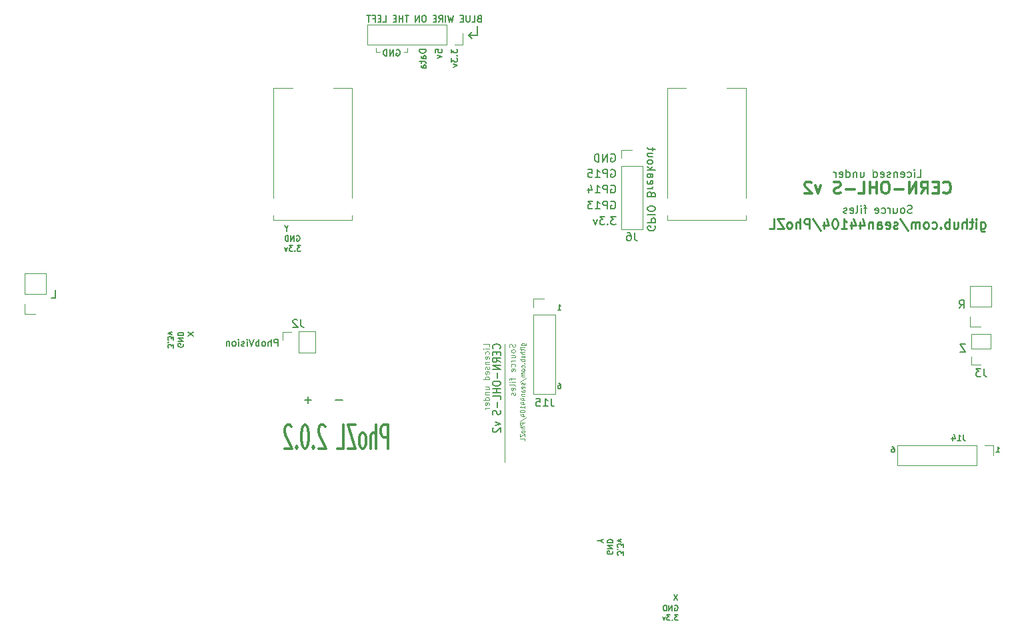
<source format=gbo>
G04 #@! TF.GenerationSoftware,KiCad,Pcbnew,(6.0.9)*
G04 #@! TF.CreationDate,2022-12-16T01:27:57-08:00*
G04 #@! TF.ProjectId,PhobGCC_2_0_0_proto_1,50686f62-4743-4435-9f32-5f305f305f70,rev?*
G04 #@! TF.SameCoordinates,Original*
G04 #@! TF.FileFunction,Legend,Bot*
G04 #@! TF.FilePolarity,Positive*
%FSLAX46Y46*%
G04 Gerber Fmt 4.6, Leading zero omitted, Abs format (unit mm)*
G04 Created by KiCad (PCBNEW (6.0.9)) date 2022-12-16 01:27:57*
%MOMM*%
%LPD*%
G01*
G04 APERTURE LIST*
G04 Aperture macros list*
%AMHorizOval*
0 Thick line with rounded ends*
0 $1 width*
0 $2 $3 position (X,Y) of the first rounded end (center of the circle)*
0 $4 $5 position (X,Y) of the second rounded end (center of the circle)*
0 Add line between two ends*
20,1,$1,$2,$3,$4,$5,0*
0 Add two circle primitives to create the rounded ends*
1,1,$1,$2,$3*
1,1,$1,$4,$5*%
%AMFreePoly0*
4,1,57,0.276537,0.684776,0.341421,0.641421,0.384776,0.576537,0.400000,0.500000,0.400000,-0.300961,0.458548,-0.402369,0.578106,-0.535153,0.722659,-0.640176,0.885889,-0.712851,1.060661,-0.750001,1.239339,-0.750000,1.414112,-0.712851,1.577341,-0.640176,1.721894,-0.535153,1.841452,-0.402369,1.900000,-0.300961,1.900000,0.500000,1.915224,0.576537,1.958579,0.641421,2.023463,0.684776,
2.100000,0.700000,2.500000,0.700000,2.576537,0.684776,2.641421,0.641421,2.684776,0.576537,2.700000,0.500000,2.700001,-0.500000,2.684776,-0.576537,2.641421,-0.641421,2.576537,-0.684776,2.500001,-0.700000,2.234409,-0.700000,2.215340,-0.729187,2.064330,-0.893227,1.888381,-1.030175,1.692289,-1.136294,1.481405,-1.208690,1.261482,-1.245389,1.038518,-1.245390,0.818595,-1.208690,
0.607711,-1.136294,0.411620,-1.030175,0.235670,-0.893227,0.084660,-0.729187,0.065590,-0.700000,-0.200000,-0.700000,-0.276537,-0.684776,-0.341421,-0.641421,-0.384776,-0.576537,-0.400000,-0.500000,-0.400000,0.500000,-0.384776,0.576537,-0.341421,0.641421,-0.276537,0.684776,-0.200000,0.700000,0.200000,0.700000,0.276537,0.684776,0.276537,0.684776,$1*%
G04 Aperture macros list end*
%ADD10C,0.200000*%
%ADD11C,0.120000*%
%ADD12C,0.150000*%
%ADD13C,0.280000*%
%ADD14C,0.090000*%
%ADD15C,0.100000*%
%ADD16C,0.300000*%
%ADD17C,0.350000*%
%ADD18C,0.800000*%
%ADD19HorizOval,1.700000X0.259808X-0.150000X-0.259808X0.150000X0*%
%ADD20FreePoly0,330.000000*%
%ADD21C,2.500000*%
%ADD22C,2.000000*%
%ADD23C,1.600000*%
%ADD24HorizOval,2.800000X-0.568661X0.191376X0.568661X-0.191376X0*%
%ADD25HorizOval,1.600000X0.026168X0.499315X-0.026168X-0.499315X0*%
%ADD26HorizOval,0.800000X0.031402X0.599178X-0.031402X-0.599178X0*%
%ADD27HorizOval,0.800000X0.057570X1.098492X-0.057570X-1.098492X0*%
%ADD28HorizOval,0.800000X-0.599178X0.031402X0.599178X-0.031402X0*%
%ADD29HorizOval,0.800000X-1.098492X0.057570X1.098492X-0.057570X0*%
%ADD30C,1.000000*%
%ADD31C,5.200000*%
%ADD32C,1.800000*%
%ADD33C,2.400000*%
%ADD34C,2.200000*%
%ADD35O,2.800000X2.200000*%
%ADD36HorizOval,1.700000X0.259808X0.150000X-0.259808X-0.150000X0*%
%ADD37FreePoly0,30.000000*%
%ADD38R,1.700000X1.700000*%
%ADD39C,0.787400*%
%ADD40O,2.600000X1.600000*%
%ADD41HorizOval,2.800000X-0.161352X-0.577898X0.161352X0.577898X0*%
%ADD42O,2.000000X0.800000*%
%ADD43O,3.000000X0.800000*%
%ADD44O,0.800000X2.000000*%
%ADD45O,0.800000X3.000000*%
%ADD46O,1.350000X2.000000*%
%ADD47O,1.250000X0.950000*%
%ADD48O,0.890000X1.550000*%
%ADD49O,2.250000X1.700000*%
%ADD50R,2.250000X1.700000*%
%ADD51O,1.600000X2.500000*%
%ADD52O,1.250000X2.500000*%
%ADD53O,1.400000X2.000000*%
%ADD54R,1.400000X2.000000*%
%ADD55R,2.000000X1.350000*%
%ADD56O,2.000000X1.350000*%
%ADD57R,2.200000X1.350000*%
%ADD58O,2.200000X1.350000*%
%ADD59O,2.250000X3.250000*%
%ADD60R,1.350000X2.000000*%
G04 APERTURE END LIST*
D10*
X106172000Y-26314400D02*
X105765600Y-25908000D01*
X106883200Y-24688800D02*
X106883200Y-25908000D01*
D11*
X94538800Y-28041600D02*
X93980000Y-28041600D01*
X97536000Y-28041600D02*
X97993200Y-28041600D01*
X110388400Y-65074800D02*
X110388400Y-80111600D01*
X97993200Y-28041600D02*
X97993200Y-27533600D01*
D10*
X105765600Y-25908000D02*
X106172000Y-25501600D01*
X106883200Y-25908000D02*
X105765600Y-25908000D01*
D11*
X93980000Y-28041600D02*
X93980000Y-27533600D01*
D12*
X132288900Y-96949466D02*
X131822233Y-97649466D01*
X131822233Y-96949466D02*
X132288900Y-97649466D01*
D13*
X170819714Y-49628457D02*
X170819714Y-50599885D01*
X170876857Y-50714171D01*
X170934000Y-50771314D01*
X171048285Y-50828457D01*
X171219714Y-50828457D01*
X171334000Y-50771314D01*
X170819714Y-50371314D02*
X170934000Y-50428457D01*
X171162571Y-50428457D01*
X171276857Y-50371314D01*
X171334000Y-50314171D01*
X171391142Y-50199885D01*
X171391142Y-49857028D01*
X171334000Y-49742742D01*
X171276857Y-49685600D01*
X171162571Y-49628457D01*
X170934000Y-49628457D01*
X170819714Y-49685600D01*
X170248285Y-50428457D02*
X170248285Y-49628457D01*
X170248285Y-49228457D02*
X170305428Y-49285600D01*
X170248285Y-49342742D01*
X170191142Y-49285600D01*
X170248285Y-49228457D01*
X170248285Y-49342742D01*
X169848285Y-49628457D02*
X169391142Y-49628457D01*
X169676857Y-49228457D02*
X169676857Y-50257028D01*
X169619714Y-50371314D01*
X169505428Y-50428457D01*
X169391142Y-50428457D01*
X168991142Y-50428457D02*
X168991142Y-49228457D01*
X168476857Y-50428457D02*
X168476857Y-49799885D01*
X168534000Y-49685600D01*
X168648285Y-49628457D01*
X168819714Y-49628457D01*
X168934000Y-49685600D01*
X168991142Y-49742742D01*
X167391142Y-49628457D02*
X167391142Y-50428457D01*
X167905428Y-49628457D02*
X167905428Y-50257028D01*
X167848285Y-50371314D01*
X167734000Y-50428457D01*
X167562571Y-50428457D01*
X167448285Y-50371314D01*
X167391142Y-50314171D01*
X166819714Y-50428457D02*
X166819714Y-49228457D01*
X166819714Y-49685600D02*
X166705428Y-49628457D01*
X166476857Y-49628457D01*
X166362571Y-49685600D01*
X166305428Y-49742742D01*
X166248285Y-49857028D01*
X166248285Y-50199885D01*
X166305428Y-50314171D01*
X166362571Y-50371314D01*
X166476857Y-50428457D01*
X166705428Y-50428457D01*
X166819714Y-50371314D01*
X165733999Y-50314171D02*
X165676857Y-50371314D01*
X165733999Y-50428457D01*
X165791142Y-50371314D01*
X165733999Y-50314171D01*
X165733999Y-50428457D01*
X164648285Y-50371314D02*
X164762571Y-50428457D01*
X164991142Y-50428457D01*
X165105428Y-50371314D01*
X165162571Y-50314171D01*
X165219714Y-50199885D01*
X165219714Y-49857028D01*
X165162571Y-49742742D01*
X165105428Y-49685600D01*
X164991142Y-49628457D01*
X164762571Y-49628457D01*
X164648285Y-49685600D01*
X163962571Y-50428457D02*
X164076857Y-50371314D01*
X164133999Y-50314171D01*
X164191142Y-50199885D01*
X164191142Y-49857028D01*
X164133999Y-49742742D01*
X164076857Y-49685600D01*
X163962571Y-49628457D01*
X163791142Y-49628457D01*
X163676857Y-49685600D01*
X163619714Y-49742742D01*
X163562571Y-49857028D01*
X163562571Y-50199885D01*
X163619714Y-50314171D01*
X163676857Y-50371314D01*
X163791142Y-50428457D01*
X163962571Y-50428457D01*
X163048285Y-50428457D02*
X163048285Y-49628457D01*
X163048285Y-49742742D02*
X162991142Y-49685600D01*
X162876857Y-49628457D01*
X162705428Y-49628457D01*
X162591142Y-49685600D01*
X162533999Y-49799885D01*
X162533999Y-50428457D01*
X162533999Y-49799885D02*
X162476857Y-49685600D01*
X162362571Y-49628457D01*
X162191142Y-49628457D01*
X162076857Y-49685600D01*
X162019714Y-49799885D01*
X162019714Y-50428457D01*
X160591142Y-49171314D02*
X161619714Y-50714171D01*
X160248285Y-50371314D02*
X160133999Y-50428457D01*
X159905428Y-50428457D01*
X159791142Y-50371314D01*
X159733999Y-50257028D01*
X159733999Y-50199885D01*
X159791142Y-50085600D01*
X159905428Y-50028457D01*
X160076857Y-50028457D01*
X160191142Y-49971314D01*
X160248285Y-49857028D01*
X160248285Y-49799885D01*
X160191142Y-49685600D01*
X160076857Y-49628457D01*
X159905428Y-49628457D01*
X159791142Y-49685600D01*
X158762571Y-50371314D02*
X158876857Y-50428457D01*
X159105428Y-50428457D01*
X159219714Y-50371314D01*
X159276857Y-50257028D01*
X159276857Y-49799885D01*
X159219714Y-49685600D01*
X159105428Y-49628457D01*
X158876857Y-49628457D01*
X158762571Y-49685600D01*
X158705428Y-49799885D01*
X158705428Y-49914171D01*
X159276857Y-50028457D01*
X157676857Y-50428457D02*
X157676857Y-49799885D01*
X157733999Y-49685600D01*
X157848285Y-49628457D01*
X158076857Y-49628457D01*
X158191142Y-49685600D01*
X157676857Y-50371314D02*
X157791142Y-50428457D01*
X158076857Y-50428457D01*
X158191142Y-50371314D01*
X158248285Y-50257028D01*
X158248285Y-50142742D01*
X158191142Y-50028457D01*
X158076857Y-49971314D01*
X157791142Y-49971314D01*
X157676857Y-49914171D01*
X157105428Y-49628457D02*
X157105428Y-50428457D01*
X157105428Y-49742742D02*
X157048285Y-49685600D01*
X156933999Y-49628457D01*
X156762571Y-49628457D01*
X156648285Y-49685600D01*
X156591142Y-49799885D01*
X156591142Y-50428457D01*
X155505428Y-49628457D02*
X155505428Y-50428457D01*
X155791142Y-49171314D02*
X156076857Y-50028457D01*
X155333999Y-50028457D01*
X154362571Y-49628457D02*
X154362571Y-50428457D01*
X154648285Y-49171314D02*
X154933999Y-50028457D01*
X154191142Y-50028457D01*
X153105428Y-50428457D02*
X153791142Y-50428457D01*
X153448285Y-50428457D02*
X153448285Y-49228457D01*
X153562571Y-49399885D01*
X153676857Y-49514171D01*
X153791142Y-49571314D01*
X152362571Y-49228457D02*
X152248285Y-49228457D01*
X152133999Y-49285600D01*
X152076857Y-49342742D01*
X152019714Y-49457028D01*
X151962571Y-49685600D01*
X151962571Y-49971314D01*
X152019714Y-50199885D01*
X152076857Y-50314171D01*
X152133999Y-50371314D01*
X152248285Y-50428457D01*
X152362571Y-50428457D01*
X152476857Y-50371314D01*
X152533999Y-50314171D01*
X152591142Y-50199885D01*
X152648285Y-49971314D01*
X152648285Y-49685600D01*
X152591142Y-49457028D01*
X152533999Y-49342742D01*
X152476857Y-49285600D01*
X152362571Y-49228457D01*
X150933999Y-49628457D02*
X150933999Y-50428457D01*
X151219714Y-49171314D02*
X151505428Y-50028457D01*
X150762571Y-50028457D01*
X149448285Y-49171314D02*
X150476857Y-50714171D01*
X149048285Y-50428457D02*
X149048285Y-49228457D01*
X148591142Y-49228457D01*
X148476857Y-49285600D01*
X148419714Y-49342742D01*
X148362571Y-49457028D01*
X148362571Y-49628457D01*
X148419714Y-49742742D01*
X148476857Y-49799885D01*
X148591142Y-49857028D01*
X149048285Y-49857028D01*
X147848285Y-50428457D02*
X147848285Y-49228457D01*
X147333999Y-50428457D02*
X147333999Y-49799885D01*
X147391142Y-49685600D01*
X147505428Y-49628457D01*
X147676857Y-49628457D01*
X147791142Y-49685600D01*
X147848285Y-49742742D01*
X146591142Y-50428457D02*
X146705428Y-50371314D01*
X146762571Y-50314171D01*
X146819714Y-50199885D01*
X146819714Y-49857028D01*
X146762571Y-49742742D01*
X146705428Y-49685600D01*
X146591142Y-49628457D01*
X146419714Y-49628457D01*
X146305428Y-49685600D01*
X146248285Y-49742742D01*
X146191142Y-49857028D01*
X146191142Y-50199885D01*
X146248285Y-50314171D01*
X146305428Y-50371314D01*
X146419714Y-50428457D01*
X146591142Y-50428457D01*
X145791142Y-49228457D02*
X144991142Y-49228457D01*
X145791142Y-50428457D01*
X144991142Y-50428457D01*
X143962571Y-50428457D02*
X144533999Y-50428457D01*
X144533999Y-49228457D01*
D14*
X112495028Y-65290100D02*
X112980742Y-65290100D01*
X113037885Y-65264385D01*
X113066457Y-65238671D01*
X113095028Y-65187242D01*
X113095028Y-65110100D01*
X113066457Y-65058671D01*
X112866457Y-65290100D02*
X112895028Y-65238671D01*
X112895028Y-65135814D01*
X112866457Y-65084385D01*
X112837885Y-65058671D01*
X112780742Y-65032957D01*
X112609314Y-65032957D01*
X112552171Y-65058671D01*
X112523600Y-65084385D01*
X112495028Y-65135814D01*
X112495028Y-65238671D01*
X112523600Y-65290100D01*
X112895028Y-65547242D02*
X112495028Y-65547242D01*
X112295028Y-65547242D02*
X112323600Y-65521528D01*
X112352171Y-65547242D01*
X112323600Y-65572957D01*
X112295028Y-65547242D01*
X112352171Y-65547242D01*
X112495028Y-65727242D02*
X112495028Y-65932957D01*
X112295028Y-65804385D02*
X112809314Y-65804385D01*
X112866457Y-65830100D01*
X112895028Y-65881528D01*
X112895028Y-65932957D01*
X112895028Y-66112957D02*
X112295028Y-66112957D01*
X112895028Y-66344385D02*
X112580742Y-66344385D01*
X112523600Y-66318671D01*
X112495028Y-66267242D01*
X112495028Y-66190100D01*
X112523600Y-66138671D01*
X112552171Y-66112957D01*
X112495028Y-66832957D02*
X112895028Y-66832957D01*
X112495028Y-66601528D02*
X112809314Y-66601528D01*
X112866457Y-66627242D01*
X112895028Y-66678671D01*
X112895028Y-66755814D01*
X112866457Y-66807242D01*
X112837885Y-66832957D01*
X112895028Y-67090100D02*
X112295028Y-67090100D01*
X112523600Y-67090100D02*
X112495028Y-67141528D01*
X112495028Y-67244385D01*
X112523600Y-67295814D01*
X112552171Y-67321528D01*
X112609314Y-67347242D01*
X112780742Y-67347242D01*
X112837885Y-67321528D01*
X112866457Y-67295814D01*
X112895028Y-67244385D01*
X112895028Y-67141528D01*
X112866457Y-67090100D01*
X112837885Y-67578671D02*
X112866457Y-67604385D01*
X112895028Y-67578671D01*
X112866457Y-67552957D01*
X112837885Y-67578671D01*
X112895028Y-67578671D01*
X112866457Y-68067242D02*
X112895028Y-68015814D01*
X112895028Y-67912957D01*
X112866457Y-67861528D01*
X112837885Y-67835814D01*
X112780742Y-67810100D01*
X112609314Y-67810100D01*
X112552171Y-67835814D01*
X112523600Y-67861528D01*
X112495028Y-67912957D01*
X112495028Y-68015814D01*
X112523600Y-68067242D01*
X112895028Y-68375814D02*
X112866457Y-68324385D01*
X112837885Y-68298671D01*
X112780742Y-68272957D01*
X112609314Y-68272957D01*
X112552171Y-68298671D01*
X112523600Y-68324385D01*
X112495028Y-68375814D01*
X112495028Y-68452957D01*
X112523600Y-68504385D01*
X112552171Y-68530100D01*
X112609314Y-68555814D01*
X112780742Y-68555814D01*
X112837885Y-68530100D01*
X112866457Y-68504385D01*
X112895028Y-68452957D01*
X112895028Y-68375814D01*
X112895028Y-68787242D02*
X112495028Y-68787242D01*
X112552171Y-68787242D02*
X112523600Y-68812957D01*
X112495028Y-68864385D01*
X112495028Y-68941528D01*
X112523600Y-68992957D01*
X112580742Y-69018671D01*
X112895028Y-69018671D01*
X112580742Y-69018671D02*
X112523600Y-69044385D01*
X112495028Y-69095814D01*
X112495028Y-69172957D01*
X112523600Y-69224385D01*
X112580742Y-69250100D01*
X112895028Y-69250100D01*
X112266457Y-69892957D02*
X113037885Y-69430100D01*
X112866457Y-70047242D02*
X112895028Y-70098671D01*
X112895028Y-70201528D01*
X112866457Y-70252957D01*
X112809314Y-70278671D01*
X112780742Y-70278671D01*
X112723600Y-70252957D01*
X112695028Y-70201528D01*
X112695028Y-70124385D01*
X112666457Y-70072957D01*
X112609314Y-70047242D01*
X112580742Y-70047242D01*
X112523600Y-70072957D01*
X112495028Y-70124385D01*
X112495028Y-70201528D01*
X112523600Y-70252957D01*
X112866457Y-70715814D02*
X112895028Y-70664385D01*
X112895028Y-70561528D01*
X112866457Y-70510100D01*
X112809314Y-70484385D01*
X112580742Y-70484385D01*
X112523600Y-70510100D01*
X112495028Y-70561528D01*
X112495028Y-70664385D01*
X112523600Y-70715814D01*
X112580742Y-70741528D01*
X112637885Y-70741528D01*
X112695028Y-70484385D01*
X112895028Y-71204385D02*
X112580742Y-71204385D01*
X112523600Y-71178671D01*
X112495028Y-71127242D01*
X112495028Y-71024385D01*
X112523600Y-70972957D01*
X112866457Y-71204385D02*
X112895028Y-71152957D01*
X112895028Y-71024385D01*
X112866457Y-70972957D01*
X112809314Y-70947242D01*
X112752171Y-70947242D01*
X112695028Y-70972957D01*
X112666457Y-71024385D01*
X112666457Y-71152957D01*
X112637885Y-71204385D01*
X112495028Y-71461528D02*
X112895028Y-71461528D01*
X112552171Y-71461528D02*
X112523600Y-71487242D01*
X112495028Y-71538671D01*
X112495028Y-71615814D01*
X112523600Y-71667242D01*
X112580742Y-71692957D01*
X112895028Y-71692957D01*
X112495028Y-72181528D02*
X112895028Y-72181528D01*
X112266457Y-72052957D02*
X112695028Y-71924385D01*
X112695028Y-72258671D01*
X112495028Y-72695814D02*
X112895028Y-72695814D01*
X112266457Y-72567242D02*
X112695028Y-72438671D01*
X112695028Y-72772957D01*
X112895028Y-73261528D02*
X112895028Y-72952957D01*
X112895028Y-73107242D02*
X112295028Y-73107242D01*
X112380742Y-73055814D01*
X112437885Y-73004385D01*
X112466457Y-72952957D01*
X112295028Y-73595814D02*
X112295028Y-73647242D01*
X112323600Y-73698671D01*
X112352171Y-73724385D01*
X112409314Y-73750100D01*
X112523600Y-73775814D01*
X112666457Y-73775814D01*
X112780742Y-73750100D01*
X112837885Y-73724385D01*
X112866457Y-73698671D01*
X112895028Y-73647242D01*
X112895028Y-73595814D01*
X112866457Y-73544385D01*
X112837885Y-73518671D01*
X112780742Y-73492957D01*
X112666457Y-73467242D01*
X112523600Y-73467242D01*
X112409314Y-73492957D01*
X112352171Y-73518671D01*
X112323600Y-73544385D01*
X112295028Y-73595814D01*
X112495028Y-74238671D02*
X112895028Y-74238671D01*
X112266457Y-74110100D02*
X112695028Y-73981528D01*
X112695028Y-74315814D01*
X112266457Y-74907242D02*
X113037885Y-74444385D01*
X112895028Y-75087242D02*
X112295028Y-75087242D01*
X112295028Y-75292957D01*
X112323600Y-75344385D01*
X112352171Y-75370100D01*
X112409314Y-75395814D01*
X112495028Y-75395814D01*
X112552171Y-75370100D01*
X112580742Y-75344385D01*
X112609314Y-75292957D01*
X112609314Y-75087242D01*
X112895028Y-75627242D02*
X112295028Y-75627242D01*
X112895028Y-75858671D02*
X112580742Y-75858671D01*
X112523600Y-75832957D01*
X112495028Y-75781528D01*
X112495028Y-75704385D01*
X112523600Y-75652957D01*
X112552171Y-75627242D01*
X112895028Y-76192957D02*
X112866457Y-76141528D01*
X112837885Y-76115814D01*
X112780742Y-76090100D01*
X112609314Y-76090100D01*
X112552171Y-76115814D01*
X112523600Y-76141528D01*
X112495028Y-76192957D01*
X112495028Y-76270100D01*
X112523600Y-76321528D01*
X112552171Y-76347242D01*
X112609314Y-76372957D01*
X112780742Y-76372957D01*
X112837885Y-76347242D01*
X112866457Y-76321528D01*
X112895028Y-76270100D01*
X112895028Y-76192957D01*
X112295028Y-76552957D02*
X112295028Y-76912957D01*
X112895028Y-76552957D01*
X112895028Y-76912957D01*
X112895028Y-77375814D02*
X112895028Y-77118671D01*
X112295028Y-77118671D01*
D12*
X168092476Y-60548780D02*
X168425809Y-60072590D01*
X168663904Y-60548780D02*
X168663904Y-59548780D01*
X168282952Y-59548780D01*
X168187714Y-59596400D01*
X168140095Y-59644019D01*
X168092476Y-59739257D01*
X168092476Y-59882114D01*
X168140095Y-59977352D01*
X168187714Y-60024971D01*
X168282952Y-60072590D01*
X168663904Y-60072590D01*
D15*
X111657171Y-65079457D02*
X111692885Y-65186600D01*
X111692885Y-65365171D01*
X111657171Y-65436600D01*
X111621457Y-65472314D01*
X111550028Y-65508028D01*
X111478600Y-65508028D01*
X111407171Y-65472314D01*
X111371457Y-65436600D01*
X111335742Y-65365171D01*
X111300028Y-65222314D01*
X111264314Y-65150885D01*
X111228600Y-65115171D01*
X111157171Y-65079457D01*
X111085742Y-65079457D01*
X111014314Y-65115171D01*
X110978600Y-65150885D01*
X110942885Y-65222314D01*
X110942885Y-65400885D01*
X110978600Y-65508028D01*
X111692885Y-65936600D02*
X111657171Y-65865171D01*
X111621457Y-65829457D01*
X111550028Y-65793742D01*
X111335742Y-65793742D01*
X111264314Y-65829457D01*
X111228600Y-65865171D01*
X111192885Y-65936600D01*
X111192885Y-66043742D01*
X111228600Y-66115171D01*
X111264314Y-66150885D01*
X111335742Y-66186600D01*
X111550028Y-66186600D01*
X111621457Y-66150885D01*
X111657171Y-66115171D01*
X111692885Y-66043742D01*
X111692885Y-65936600D01*
X111192885Y-66829457D02*
X111692885Y-66829457D01*
X111192885Y-66508028D02*
X111585742Y-66508028D01*
X111657171Y-66543742D01*
X111692885Y-66615171D01*
X111692885Y-66722314D01*
X111657171Y-66793742D01*
X111621457Y-66829457D01*
X111692885Y-67186600D02*
X111192885Y-67186600D01*
X111335742Y-67186600D02*
X111264314Y-67222314D01*
X111228600Y-67258028D01*
X111192885Y-67329457D01*
X111192885Y-67400885D01*
X111657171Y-67972314D02*
X111692885Y-67900885D01*
X111692885Y-67758028D01*
X111657171Y-67686600D01*
X111621457Y-67650885D01*
X111550028Y-67615171D01*
X111335742Y-67615171D01*
X111264314Y-67650885D01*
X111228600Y-67686600D01*
X111192885Y-67758028D01*
X111192885Y-67900885D01*
X111228600Y-67972314D01*
X111657171Y-68579457D02*
X111692885Y-68508028D01*
X111692885Y-68365171D01*
X111657171Y-68293742D01*
X111585742Y-68258028D01*
X111300028Y-68258028D01*
X111228600Y-68293742D01*
X111192885Y-68365171D01*
X111192885Y-68508028D01*
X111228600Y-68579457D01*
X111300028Y-68615171D01*
X111371457Y-68615171D01*
X111442885Y-68258028D01*
X111192885Y-69400885D02*
X111192885Y-69686600D01*
X111692885Y-69508028D02*
X111050028Y-69508028D01*
X110978600Y-69543742D01*
X110942885Y-69615171D01*
X110942885Y-69686600D01*
X111692885Y-69936600D02*
X111192885Y-69936600D01*
X110942885Y-69936600D02*
X110978600Y-69900885D01*
X111014314Y-69936600D01*
X110978600Y-69972314D01*
X110942885Y-69936600D01*
X111014314Y-69936600D01*
X111692885Y-70400885D02*
X111657171Y-70329457D01*
X111585742Y-70293742D01*
X110942885Y-70293742D01*
X111657171Y-70972314D02*
X111692885Y-70900885D01*
X111692885Y-70758028D01*
X111657171Y-70686600D01*
X111585742Y-70650885D01*
X111300028Y-70650885D01*
X111228600Y-70686600D01*
X111192885Y-70758028D01*
X111192885Y-70900885D01*
X111228600Y-70972314D01*
X111300028Y-71008028D01*
X111371457Y-71008028D01*
X111442885Y-70650885D01*
X111657171Y-71293742D02*
X111692885Y-71365171D01*
X111692885Y-71508028D01*
X111657171Y-71579457D01*
X111585742Y-71615171D01*
X111550028Y-71615171D01*
X111478600Y-71579457D01*
X111442885Y-71508028D01*
X111442885Y-71400885D01*
X111407171Y-71329457D01*
X111335742Y-71293742D01*
X111300028Y-71293742D01*
X111228600Y-71329457D01*
X111192885Y-71400885D01*
X111192885Y-71508028D01*
X111228600Y-71579457D01*
D12*
X81541133Y-65357723D02*
X81541133Y-64507723D01*
X81217323Y-64507723D01*
X81136371Y-64548200D01*
X81095895Y-64588676D01*
X81055419Y-64669628D01*
X81055419Y-64791057D01*
X81095895Y-64872009D01*
X81136371Y-64912485D01*
X81217323Y-64952961D01*
X81541133Y-64952961D01*
X80691133Y-65357723D02*
X80691133Y-64507723D01*
X80326847Y-65357723D02*
X80326847Y-64912485D01*
X80367323Y-64831533D01*
X80448276Y-64791057D01*
X80569704Y-64791057D01*
X80650657Y-64831533D01*
X80691133Y-64872009D01*
X79800657Y-65357723D02*
X79881609Y-65317247D01*
X79922085Y-65276771D01*
X79962561Y-65195819D01*
X79962561Y-64952961D01*
X79922085Y-64872009D01*
X79881609Y-64831533D01*
X79800657Y-64791057D01*
X79679228Y-64791057D01*
X79598276Y-64831533D01*
X79557800Y-64872009D01*
X79517323Y-64952961D01*
X79517323Y-65195819D01*
X79557800Y-65276771D01*
X79598276Y-65317247D01*
X79679228Y-65357723D01*
X79800657Y-65357723D01*
X79153038Y-65357723D02*
X79153038Y-64507723D01*
X79153038Y-64831533D02*
X79072085Y-64791057D01*
X78910180Y-64791057D01*
X78829228Y-64831533D01*
X78788752Y-64872009D01*
X78748276Y-64952961D01*
X78748276Y-65195819D01*
X78788752Y-65276771D01*
X78829228Y-65317247D01*
X78910180Y-65357723D01*
X79072085Y-65357723D01*
X79153038Y-65317247D01*
X78505419Y-64507723D02*
X78222085Y-65357723D01*
X77938752Y-64507723D01*
X77655419Y-65357723D02*
X77655419Y-64791057D01*
X77655419Y-64507723D02*
X77695895Y-64548200D01*
X77655419Y-64588676D01*
X77614942Y-64548200D01*
X77655419Y-64507723D01*
X77655419Y-64588676D01*
X77291133Y-65317247D02*
X77210180Y-65357723D01*
X77048276Y-65357723D01*
X76967323Y-65317247D01*
X76926847Y-65236295D01*
X76926847Y-65195819D01*
X76967323Y-65114866D01*
X77048276Y-65074390D01*
X77169704Y-65074390D01*
X77250657Y-65033914D01*
X77291133Y-64952961D01*
X77291133Y-64912485D01*
X77250657Y-64831533D01*
X77169704Y-64791057D01*
X77048276Y-64791057D01*
X76967323Y-64831533D01*
X76562561Y-65357723D02*
X76562561Y-64791057D01*
X76562561Y-64507723D02*
X76603038Y-64548200D01*
X76562561Y-64588676D01*
X76522085Y-64548200D01*
X76562561Y-64507723D01*
X76562561Y-64588676D01*
X76036371Y-65357723D02*
X76117323Y-65317247D01*
X76157800Y-65276771D01*
X76198276Y-65195819D01*
X76198276Y-64952961D01*
X76157800Y-64872009D01*
X76117323Y-64831533D01*
X76036371Y-64791057D01*
X75914942Y-64791057D01*
X75833990Y-64831533D01*
X75793514Y-64872009D01*
X75753038Y-64952961D01*
X75753038Y-65195819D01*
X75793514Y-65276771D01*
X75833990Y-65317247D01*
X75914942Y-65357723D01*
X76036371Y-65357723D01*
X75388752Y-64791057D02*
X75388752Y-65357723D01*
X75388752Y-64872009D02*
X75348276Y-64831533D01*
X75267323Y-64791057D01*
X75145895Y-64791057D01*
X75064942Y-64831533D01*
X75024466Y-64912485D01*
X75024466Y-65357723D01*
X159540590Y-78180847D02*
X159664400Y-78180847D01*
X159726304Y-78211800D01*
X159757257Y-78242752D01*
X159819161Y-78335609D01*
X159850114Y-78459419D01*
X159850114Y-78707038D01*
X159819161Y-78768942D01*
X159788209Y-78799895D01*
X159726304Y-78830847D01*
X159602495Y-78830847D01*
X159540590Y-78799895D01*
X159509638Y-78768942D01*
X159478685Y-78707038D01*
X159478685Y-78552276D01*
X159509638Y-78490371D01*
X159540590Y-78459419D01*
X159602495Y-78428466D01*
X159726304Y-78428466D01*
X159788209Y-78459419D01*
X159819161Y-78490371D01*
X159850114Y-78552276D01*
X100336304Y-27719976D02*
X99536304Y-27719976D01*
X99536304Y-27910452D01*
X99574400Y-28024738D01*
X99650590Y-28100928D01*
X99726780Y-28139023D01*
X99879161Y-28177119D01*
X99993447Y-28177119D01*
X100145828Y-28139023D01*
X100222019Y-28100928D01*
X100298209Y-28024738D01*
X100336304Y-27910452D01*
X100336304Y-27719976D01*
X100336304Y-28862833D02*
X99917257Y-28862833D01*
X99841066Y-28824738D01*
X99802971Y-28748547D01*
X99802971Y-28596166D01*
X99841066Y-28519976D01*
X100298209Y-28862833D02*
X100336304Y-28786642D01*
X100336304Y-28596166D01*
X100298209Y-28519976D01*
X100222019Y-28481880D01*
X100145828Y-28481880D01*
X100069638Y-28519976D01*
X100031542Y-28596166D01*
X100031542Y-28786642D01*
X99993447Y-28862833D01*
X99802971Y-29129500D02*
X99802971Y-29434261D01*
X99536304Y-29243785D02*
X100222019Y-29243785D01*
X100298209Y-29281880D01*
X100336304Y-29358071D01*
X100336304Y-29434261D01*
X100336304Y-30043785D02*
X99917257Y-30043785D01*
X99841066Y-30005690D01*
X99802971Y-29929500D01*
X99802971Y-29777119D01*
X99841066Y-29700928D01*
X100298209Y-30043785D02*
X100336304Y-29967595D01*
X100336304Y-29777119D01*
X100298209Y-29700928D01*
X100222019Y-29662833D01*
X100145828Y-29662833D01*
X100069638Y-29700928D01*
X100031542Y-29777119D01*
X100031542Y-29967595D01*
X99993447Y-30043785D01*
X103549504Y-27643785D02*
X103549504Y-28139023D01*
X103854266Y-27872357D01*
X103854266Y-27986642D01*
X103892361Y-28062833D01*
X103930457Y-28100928D01*
X104006647Y-28139023D01*
X104197123Y-28139023D01*
X104273314Y-28100928D01*
X104311409Y-28062833D01*
X104349504Y-27986642D01*
X104349504Y-27758071D01*
X104311409Y-27681880D01*
X104273314Y-27643785D01*
X104273314Y-28481880D02*
X104311409Y-28519976D01*
X104349504Y-28481880D01*
X104311409Y-28443785D01*
X104273314Y-28481880D01*
X104349504Y-28481880D01*
X103549504Y-28786642D02*
X103549504Y-29281880D01*
X103854266Y-29015214D01*
X103854266Y-29129500D01*
X103892361Y-29205690D01*
X103930457Y-29243785D01*
X104006647Y-29281880D01*
X104197123Y-29281880D01*
X104273314Y-29243785D01*
X104311409Y-29205690D01*
X104349504Y-29129500D01*
X104349504Y-28900928D01*
X104311409Y-28824738D01*
X104273314Y-28786642D01*
X103816171Y-29548547D02*
X104349504Y-29739023D01*
X103816171Y-29929500D01*
X68302933Y-65595900D02*
X68302933Y-65162566D01*
X68036266Y-65395900D01*
X68036266Y-65295900D01*
X68002933Y-65229233D01*
X67969600Y-65195900D01*
X67902933Y-65162566D01*
X67736266Y-65162566D01*
X67669600Y-65195900D01*
X67636266Y-65229233D01*
X67602933Y-65295900D01*
X67602933Y-65495900D01*
X67636266Y-65562566D01*
X67669600Y-65595900D01*
X67669600Y-64862566D02*
X67636266Y-64829233D01*
X67602933Y-64862566D01*
X67636266Y-64895900D01*
X67669600Y-64862566D01*
X67602933Y-64862566D01*
X68302933Y-64595900D02*
X68302933Y-64162566D01*
X68036266Y-64395900D01*
X68036266Y-64295900D01*
X68002933Y-64229233D01*
X67969600Y-64195900D01*
X67902933Y-64162566D01*
X67736266Y-64162566D01*
X67669600Y-64195900D01*
X67636266Y-64229233D01*
X67602933Y-64295900D01*
X67602933Y-64495900D01*
X67636266Y-64562566D01*
X67669600Y-64595900D01*
X68069600Y-63929233D02*
X67602933Y-63762566D01*
X68069600Y-63595900D01*
X124473642Y-48931580D02*
X123854595Y-48931580D01*
X124187928Y-49312533D01*
X124045071Y-49312533D01*
X123949833Y-49360152D01*
X123902214Y-49407771D01*
X123854595Y-49503009D01*
X123854595Y-49741104D01*
X123902214Y-49836342D01*
X123949833Y-49883961D01*
X124045071Y-49931580D01*
X124330785Y-49931580D01*
X124426023Y-49883961D01*
X124473642Y-49836342D01*
X123426023Y-49836342D02*
X123378404Y-49883961D01*
X123426023Y-49931580D01*
X123473642Y-49883961D01*
X123426023Y-49836342D01*
X123426023Y-49931580D01*
X123045071Y-48931580D02*
X122426023Y-48931580D01*
X122759357Y-49312533D01*
X122616500Y-49312533D01*
X122521261Y-49360152D01*
X122473642Y-49407771D01*
X122426023Y-49503009D01*
X122426023Y-49741104D01*
X122473642Y-49836342D01*
X122521261Y-49883961D01*
X122616500Y-49931580D01*
X122902214Y-49931580D01*
X122997452Y-49883961D01*
X123045071Y-49836342D01*
X122092690Y-49264914D02*
X121854595Y-49931580D01*
X121616500Y-49264914D01*
X84442700Y-52601066D02*
X84009366Y-52601066D01*
X84242700Y-52867733D01*
X84142700Y-52867733D01*
X84076033Y-52901066D01*
X84042700Y-52934400D01*
X84009366Y-53001066D01*
X84009366Y-53167733D01*
X84042700Y-53234400D01*
X84076033Y-53267733D01*
X84142700Y-53301066D01*
X84342700Y-53301066D01*
X84409366Y-53267733D01*
X84442700Y-53234400D01*
X83709366Y-53234400D02*
X83676033Y-53267733D01*
X83709366Y-53301066D01*
X83742700Y-53267733D01*
X83709366Y-53234400D01*
X83709366Y-53301066D01*
X83442700Y-52601066D02*
X83009366Y-52601066D01*
X83242700Y-52867733D01*
X83142700Y-52867733D01*
X83076033Y-52901066D01*
X83042700Y-52934400D01*
X83009366Y-53001066D01*
X83009366Y-53167733D01*
X83042700Y-53234400D01*
X83076033Y-53267733D01*
X83142700Y-53301066D01*
X83342700Y-53301066D01*
X83409366Y-53267733D01*
X83442700Y-53234400D01*
X82776033Y-52834400D02*
X82609366Y-53301066D01*
X82442700Y-52834400D01*
D16*
X95500000Y-78357142D02*
X95500000Y-75357142D01*
X94928571Y-75357142D01*
X94785714Y-75500000D01*
X94714285Y-75642857D01*
X94642857Y-75928571D01*
X94642857Y-76357142D01*
X94714285Y-76642857D01*
X94785714Y-76785714D01*
X94928571Y-76928571D01*
X95500000Y-76928571D01*
X94000000Y-78357142D02*
X94000000Y-75357142D01*
X93357142Y-78357142D02*
X93357142Y-76785714D01*
X93428571Y-76500000D01*
X93571428Y-76357142D01*
X93785714Y-76357142D01*
X93928571Y-76500000D01*
X94000000Y-76642857D01*
X92428571Y-78357142D02*
X92571428Y-78214285D01*
X92642857Y-78071428D01*
X92714285Y-77785714D01*
X92714285Y-76928571D01*
X92642857Y-76642857D01*
X92571428Y-76500000D01*
X92428571Y-76357142D01*
X92214285Y-76357142D01*
X92071428Y-76500000D01*
X92000000Y-76642857D01*
X91928571Y-76928571D01*
X91928571Y-77785714D01*
X92000000Y-78071428D01*
X92071428Y-78214285D01*
X92214285Y-78357142D01*
X92428571Y-78357142D01*
X91428571Y-75357142D02*
X90428571Y-75357142D01*
X91428571Y-78357142D01*
X90428571Y-78357142D01*
X89142857Y-78357142D02*
X89857142Y-78357142D01*
X89857142Y-75357142D01*
X87571428Y-75642857D02*
X87500000Y-75500000D01*
X87357142Y-75357142D01*
X87000000Y-75357142D01*
X86857142Y-75500000D01*
X86785714Y-75642857D01*
X86714285Y-75928571D01*
X86714285Y-76214285D01*
X86785714Y-76642857D01*
X87642857Y-78357142D01*
X86714285Y-78357142D01*
X86071428Y-78071428D02*
X86000000Y-78214285D01*
X86071428Y-78357142D01*
X86142857Y-78214285D01*
X86071428Y-78071428D01*
X86071428Y-78357142D01*
X85071428Y-75357142D02*
X84928571Y-75357142D01*
X84785714Y-75500000D01*
X84714285Y-75642857D01*
X84642857Y-75928571D01*
X84571428Y-76500000D01*
X84571428Y-77214285D01*
X84642857Y-77785714D01*
X84714285Y-78071428D01*
X84785714Y-78214285D01*
X84928571Y-78357142D01*
X85071428Y-78357142D01*
X85214285Y-78214285D01*
X85285714Y-78071428D01*
X85357142Y-77785714D01*
X85428571Y-77214285D01*
X85428571Y-76500000D01*
X85357142Y-75928571D01*
X85285714Y-75642857D01*
X85214285Y-75500000D01*
X85071428Y-75357142D01*
X83928571Y-78071428D02*
X83857142Y-78214285D01*
X83928571Y-78357142D01*
X84000000Y-78214285D01*
X83928571Y-78071428D01*
X83928571Y-78357142D01*
X83285714Y-75642857D02*
X83214285Y-75500000D01*
X83071428Y-75357142D01*
X82714285Y-75357142D01*
X82571428Y-75500000D01*
X82500000Y-75642857D01*
X82428571Y-75928571D01*
X82428571Y-76214285D01*
X82500000Y-76642857D01*
X83357142Y-78357142D01*
X82428571Y-78357142D01*
D12*
X109729542Y-65697671D02*
X109777161Y-65654814D01*
X109824780Y-65526242D01*
X109824780Y-65440528D01*
X109777161Y-65311957D01*
X109681923Y-65226242D01*
X109586685Y-65183385D01*
X109396209Y-65140528D01*
X109253352Y-65140528D01*
X109062876Y-65183385D01*
X108967638Y-65226242D01*
X108872400Y-65311957D01*
X108824780Y-65440528D01*
X108824780Y-65526242D01*
X108872400Y-65654814D01*
X108920019Y-65697671D01*
X109300971Y-66083385D02*
X109300971Y-66383385D01*
X109824780Y-66511957D02*
X109824780Y-66083385D01*
X108824780Y-66083385D01*
X108824780Y-66511957D01*
X109824780Y-67411957D02*
X109348590Y-67111957D01*
X109824780Y-66897671D02*
X108824780Y-66897671D01*
X108824780Y-67240528D01*
X108872400Y-67326242D01*
X108920019Y-67369100D01*
X109015257Y-67411957D01*
X109158114Y-67411957D01*
X109253352Y-67369100D01*
X109300971Y-67326242D01*
X109348590Y-67240528D01*
X109348590Y-66897671D01*
X109824780Y-67797671D02*
X108824780Y-67797671D01*
X109824780Y-68311957D01*
X108824780Y-68311957D01*
X109443828Y-68740528D02*
X109443828Y-69426242D01*
X108824780Y-70026242D02*
X108824780Y-70197671D01*
X108872400Y-70283385D01*
X108967638Y-70369100D01*
X109158114Y-70411957D01*
X109491447Y-70411957D01*
X109681923Y-70369100D01*
X109777161Y-70283385D01*
X109824780Y-70197671D01*
X109824780Y-70026242D01*
X109777161Y-69940528D01*
X109681923Y-69854814D01*
X109491447Y-69811957D01*
X109158114Y-69811957D01*
X108967638Y-69854814D01*
X108872400Y-69940528D01*
X108824780Y-70026242D01*
X109824780Y-70797671D02*
X108824780Y-70797671D01*
X109300971Y-70797671D02*
X109300971Y-71311957D01*
X109824780Y-71311957D02*
X108824780Y-71311957D01*
X109824780Y-72169100D02*
X109824780Y-71740528D01*
X108824780Y-71740528D01*
X109443828Y-72469100D02*
X109443828Y-73154814D01*
X109777161Y-73540528D02*
X109824780Y-73669100D01*
X109824780Y-73883385D01*
X109777161Y-73969100D01*
X109729542Y-74011957D01*
X109634304Y-74054814D01*
X109539066Y-74054814D01*
X109443828Y-74011957D01*
X109396209Y-73969100D01*
X109348590Y-73883385D01*
X109300971Y-73711957D01*
X109253352Y-73626242D01*
X109205733Y-73583385D01*
X109110495Y-73540528D01*
X109015257Y-73540528D01*
X108920019Y-73583385D01*
X108872400Y-73626242D01*
X108824780Y-73711957D01*
X108824780Y-73926242D01*
X108872400Y-74054814D01*
X109158114Y-75040528D02*
X109824780Y-75254814D01*
X109158114Y-75469100D01*
X108920019Y-75769100D02*
X108872400Y-75811957D01*
X108824780Y-75897671D01*
X108824780Y-76111957D01*
X108872400Y-76197671D01*
X108920019Y-76240528D01*
X109015257Y-76283385D01*
X109110495Y-76283385D01*
X109253352Y-76240528D01*
X109824780Y-75726242D01*
X109824780Y-76283385D01*
X123854595Y-44966000D02*
X123949833Y-44918380D01*
X124092690Y-44918380D01*
X124235547Y-44966000D01*
X124330785Y-45061238D01*
X124378404Y-45156476D01*
X124426023Y-45346952D01*
X124426023Y-45489809D01*
X124378404Y-45680285D01*
X124330785Y-45775523D01*
X124235547Y-45870761D01*
X124092690Y-45918380D01*
X123997452Y-45918380D01*
X123854595Y-45870761D01*
X123806976Y-45823142D01*
X123806976Y-45489809D01*
X123997452Y-45489809D01*
X123378404Y-45918380D02*
X123378404Y-44918380D01*
X122997452Y-44918380D01*
X122902214Y-44966000D01*
X122854595Y-45013619D01*
X122806976Y-45108857D01*
X122806976Y-45251714D01*
X122854595Y-45346952D01*
X122902214Y-45394571D01*
X122997452Y-45442190D01*
X123378404Y-45442190D01*
X121854595Y-45918380D02*
X122426023Y-45918380D01*
X122140309Y-45918380D02*
X122140309Y-44918380D01*
X122235547Y-45061238D01*
X122330785Y-45156476D01*
X122426023Y-45204095D01*
X120997452Y-45251714D02*
X120997452Y-45918380D01*
X121235547Y-44870761D02*
X121473642Y-45585047D01*
X120854595Y-45585047D01*
X124048000Y-91410300D02*
X124081333Y-91476966D01*
X124081333Y-91576966D01*
X124048000Y-91676966D01*
X123981333Y-91743633D01*
X123914666Y-91776966D01*
X123781333Y-91810300D01*
X123681333Y-91810300D01*
X123548000Y-91776966D01*
X123481333Y-91743633D01*
X123414666Y-91676966D01*
X123381333Y-91576966D01*
X123381333Y-91510300D01*
X123414666Y-91410300D01*
X123448000Y-91376966D01*
X123681333Y-91376966D01*
X123681333Y-91510300D01*
X123381333Y-91076966D02*
X124081333Y-91076966D01*
X123381333Y-90676966D01*
X124081333Y-90676966D01*
X123381333Y-90343633D02*
X124081333Y-90343633D01*
X124081333Y-90176966D01*
X124048000Y-90076966D01*
X123981333Y-90010300D01*
X123914666Y-89976966D01*
X123781333Y-89943633D01*
X123681333Y-89943633D01*
X123548000Y-89976966D01*
X123481333Y-90010300D01*
X123414666Y-90076966D01*
X123381333Y-90176966D01*
X123381333Y-90343633D01*
X52776476Y-59227980D02*
X53252666Y-59227980D01*
X53252666Y-58227980D01*
X83942700Y-51364400D02*
X84009366Y-51331066D01*
X84109366Y-51331066D01*
X84209366Y-51364400D01*
X84276033Y-51431066D01*
X84309366Y-51497733D01*
X84342700Y-51631066D01*
X84342700Y-51731066D01*
X84309366Y-51864400D01*
X84276033Y-51931066D01*
X84209366Y-51997733D01*
X84109366Y-52031066D01*
X84042700Y-52031066D01*
X83942700Y-51997733D01*
X83909366Y-51964400D01*
X83909366Y-51731066D01*
X84042700Y-51731066D01*
X83609366Y-52031066D02*
X83609366Y-51331066D01*
X83209366Y-52031066D01*
X83209366Y-51331066D01*
X82876033Y-52031066D02*
X82876033Y-51331066D01*
X82709366Y-51331066D01*
X82609366Y-51364400D01*
X82542700Y-51431066D01*
X82509366Y-51497733D01*
X82476033Y-51631066D01*
X82476033Y-51731066D01*
X82509366Y-51864400D01*
X82542700Y-51931066D01*
X82609366Y-51997733D01*
X82709366Y-52031066D01*
X82876033Y-52031066D01*
X125402133Y-91910300D02*
X125402133Y-91476966D01*
X125135466Y-91710300D01*
X125135466Y-91610300D01*
X125102133Y-91543633D01*
X125068800Y-91510300D01*
X125002133Y-91476966D01*
X124835466Y-91476966D01*
X124768800Y-91510300D01*
X124735466Y-91543633D01*
X124702133Y-91610300D01*
X124702133Y-91810300D01*
X124735466Y-91876966D01*
X124768800Y-91910300D01*
X124768800Y-91176966D02*
X124735466Y-91143633D01*
X124702133Y-91176966D01*
X124735466Y-91210300D01*
X124768800Y-91176966D01*
X124702133Y-91176966D01*
X125402133Y-90910300D02*
X125402133Y-90476966D01*
X125135466Y-90710300D01*
X125135466Y-90610300D01*
X125102133Y-90543633D01*
X125068800Y-90510300D01*
X125002133Y-90476966D01*
X124835466Y-90476966D01*
X124768800Y-90510300D01*
X124735466Y-90543633D01*
X124702133Y-90610300D01*
X124702133Y-90810300D01*
X124735466Y-90876966D01*
X124768800Y-90910300D01*
X125168800Y-90243633D02*
X124702133Y-90076966D01*
X125168800Y-89910300D01*
X131957166Y-98303600D02*
X132023833Y-98270266D01*
X132123833Y-98270266D01*
X132223833Y-98303600D01*
X132290500Y-98370266D01*
X132323833Y-98436933D01*
X132357166Y-98570266D01*
X132357166Y-98670266D01*
X132323833Y-98803600D01*
X132290500Y-98870266D01*
X132223833Y-98936933D01*
X132123833Y-98970266D01*
X132057166Y-98970266D01*
X131957166Y-98936933D01*
X131923833Y-98903600D01*
X131923833Y-98670266D01*
X132057166Y-98670266D01*
X131623833Y-98970266D02*
X131623833Y-98270266D01*
X131223833Y-98970266D01*
X131223833Y-98270266D01*
X130890500Y-98970266D02*
X130890500Y-98270266D01*
X130723833Y-98270266D01*
X130623833Y-98303600D01*
X130557166Y-98370266D01*
X130523833Y-98436933D01*
X130490500Y-98570266D01*
X130490500Y-98670266D01*
X130523833Y-98803600D01*
X130557166Y-98870266D01*
X130623833Y-98936933D01*
X130723833Y-98970266D01*
X130890500Y-98970266D01*
X123854595Y-41000000D02*
X123949833Y-40952380D01*
X124092690Y-40952380D01*
X124235547Y-41000000D01*
X124330785Y-41095238D01*
X124378404Y-41190476D01*
X124426023Y-41380952D01*
X124426023Y-41523809D01*
X124378404Y-41714285D01*
X124330785Y-41809523D01*
X124235547Y-41904761D01*
X124092690Y-41952380D01*
X123997452Y-41952380D01*
X123854595Y-41904761D01*
X123806976Y-41857142D01*
X123806976Y-41523809D01*
X123997452Y-41523809D01*
X123378404Y-41952380D02*
X123378404Y-40952380D01*
X122806976Y-41952380D01*
X122806976Y-40952380D01*
X122330785Y-41952380D02*
X122330785Y-40952380D01*
X122092690Y-40952380D01*
X121949833Y-41000000D01*
X121854595Y-41095238D01*
X121806976Y-41190476D01*
X121759357Y-41380952D01*
X121759357Y-41523809D01*
X121806976Y-41714285D01*
X121854595Y-41809523D01*
X121949833Y-41904761D01*
X122092690Y-41952380D01*
X122330785Y-41952380D01*
X117173390Y-70103647D02*
X117297200Y-70103647D01*
X117359104Y-70134600D01*
X117390057Y-70165552D01*
X117451961Y-70258409D01*
X117482914Y-70382219D01*
X117482914Y-70629838D01*
X117451961Y-70691742D01*
X117421009Y-70722695D01*
X117359104Y-70753647D01*
X117235295Y-70753647D01*
X117173390Y-70722695D01*
X117142438Y-70691742D01*
X117111485Y-70629838D01*
X117111485Y-70475076D01*
X117142438Y-70413171D01*
X117173390Y-70382219D01*
X117235295Y-70351266D01*
X117359104Y-70351266D01*
X117421009Y-70382219D01*
X117451961Y-70413171D01*
X117482914Y-70475076D01*
X162734000Y-43937180D02*
X163210190Y-43937180D01*
X163210190Y-42937180D01*
X162400666Y-43937180D02*
X162400666Y-43270514D01*
X162400666Y-42937180D02*
X162448285Y-42984800D01*
X162400666Y-43032419D01*
X162353047Y-42984800D01*
X162400666Y-42937180D01*
X162400666Y-43032419D01*
X161495904Y-43889561D02*
X161591142Y-43937180D01*
X161781619Y-43937180D01*
X161876857Y-43889561D01*
X161924476Y-43841942D01*
X161972095Y-43746704D01*
X161972095Y-43460990D01*
X161924476Y-43365752D01*
X161876857Y-43318133D01*
X161781619Y-43270514D01*
X161591142Y-43270514D01*
X161495904Y-43318133D01*
X160686380Y-43889561D02*
X160781619Y-43937180D01*
X160972095Y-43937180D01*
X161067333Y-43889561D01*
X161114952Y-43794323D01*
X161114952Y-43413371D01*
X161067333Y-43318133D01*
X160972095Y-43270514D01*
X160781619Y-43270514D01*
X160686380Y-43318133D01*
X160638761Y-43413371D01*
X160638761Y-43508609D01*
X161114952Y-43603847D01*
X160210190Y-43270514D02*
X160210190Y-43937180D01*
X160210190Y-43365752D02*
X160162571Y-43318133D01*
X160067333Y-43270514D01*
X159924476Y-43270514D01*
X159829238Y-43318133D01*
X159781619Y-43413371D01*
X159781619Y-43937180D01*
X159353047Y-43889561D02*
X159257809Y-43937180D01*
X159067333Y-43937180D01*
X158972095Y-43889561D01*
X158924476Y-43794323D01*
X158924476Y-43746704D01*
X158972095Y-43651466D01*
X159067333Y-43603847D01*
X159210190Y-43603847D01*
X159305428Y-43556228D01*
X159353047Y-43460990D01*
X159353047Y-43413371D01*
X159305428Y-43318133D01*
X159210190Y-43270514D01*
X159067333Y-43270514D01*
X158972095Y-43318133D01*
X158114952Y-43889561D02*
X158210190Y-43937180D01*
X158400666Y-43937180D01*
X158495904Y-43889561D01*
X158543523Y-43794323D01*
X158543523Y-43413371D01*
X158495904Y-43318133D01*
X158400666Y-43270514D01*
X158210190Y-43270514D01*
X158114952Y-43318133D01*
X158067333Y-43413371D01*
X158067333Y-43508609D01*
X158543523Y-43603847D01*
X157210190Y-43937180D02*
X157210190Y-42937180D01*
X157210190Y-43889561D02*
X157305428Y-43937180D01*
X157495904Y-43937180D01*
X157591142Y-43889561D01*
X157638761Y-43841942D01*
X157686380Y-43746704D01*
X157686380Y-43460990D01*
X157638761Y-43365752D01*
X157591142Y-43318133D01*
X157495904Y-43270514D01*
X157305428Y-43270514D01*
X157210190Y-43318133D01*
X155543523Y-43270514D02*
X155543523Y-43937180D01*
X155972095Y-43270514D02*
X155972095Y-43794323D01*
X155924476Y-43889561D01*
X155829238Y-43937180D01*
X155686380Y-43937180D01*
X155591142Y-43889561D01*
X155543523Y-43841942D01*
X155067333Y-43270514D02*
X155067333Y-43937180D01*
X155067333Y-43365752D02*
X155019714Y-43318133D01*
X154924476Y-43270514D01*
X154781619Y-43270514D01*
X154686380Y-43318133D01*
X154638761Y-43413371D01*
X154638761Y-43937180D01*
X153734000Y-43937180D02*
X153734000Y-42937180D01*
X153734000Y-43889561D02*
X153829238Y-43937180D01*
X154019714Y-43937180D01*
X154114952Y-43889561D01*
X154162571Y-43841942D01*
X154210190Y-43746704D01*
X154210190Y-43460990D01*
X154162571Y-43365752D01*
X154114952Y-43318133D01*
X154019714Y-43270514D01*
X153829238Y-43270514D01*
X153734000Y-43318133D01*
X152876857Y-43889561D02*
X152972095Y-43937180D01*
X153162571Y-43937180D01*
X153257809Y-43889561D01*
X153305428Y-43794323D01*
X153305428Y-43413371D01*
X153257809Y-43318133D01*
X153162571Y-43270514D01*
X152972095Y-43270514D01*
X152876857Y-43318133D01*
X152829238Y-43413371D01*
X152829238Y-43508609D01*
X153305428Y-43603847D01*
X152400666Y-43937180D02*
X152400666Y-43270514D01*
X152400666Y-43460990D02*
X152353047Y-43365752D01*
X152305428Y-43318133D01*
X152210190Y-43270514D01*
X152114952Y-43270514D01*
X69539600Y-65095900D02*
X69572933Y-65162566D01*
X69572933Y-65262566D01*
X69539600Y-65362566D01*
X69472933Y-65429233D01*
X69406266Y-65462566D01*
X69272933Y-65495900D01*
X69172933Y-65495900D01*
X69039600Y-65462566D01*
X68972933Y-65429233D01*
X68906266Y-65362566D01*
X68872933Y-65262566D01*
X68872933Y-65195900D01*
X68906266Y-65095900D01*
X68939600Y-65062566D01*
X69172933Y-65062566D01*
X69172933Y-65195900D01*
X68872933Y-64762566D02*
X69572933Y-64762566D01*
X68872933Y-64362566D01*
X69572933Y-64362566D01*
X68872933Y-64029233D02*
X69572933Y-64029233D01*
X69572933Y-63862566D01*
X69539600Y-63762566D01*
X69472933Y-63695900D01*
X69406266Y-63662566D01*
X69272933Y-63629233D01*
X69172933Y-63629233D01*
X69039600Y-63662566D01*
X68972933Y-63695900D01*
X68906266Y-63762566D01*
X68872933Y-63862566D01*
X68872933Y-64029233D01*
X70842933Y-64062566D02*
X70142933Y-63595900D01*
X70842933Y-63595900D02*
X70142933Y-64062566D01*
X172788285Y-78830847D02*
X173159714Y-78830847D01*
X172974000Y-78830847D02*
X172974000Y-78180847D01*
X173035904Y-78273704D01*
X173097809Y-78335609D01*
X173159714Y-78366561D01*
D15*
X108390885Y-65472314D02*
X108390885Y-65115171D01*
X107640885Y-65115171D01*
X108390885Y-65722314D02*
X107890885Y-65722314D01*
X107640885Y-65722314D02*
X107676600Y-65686600D01*
X107712314Y-65722314D01*
X107676600Y-65758028D01*
X107640885Y-65722314D01*
X107712314Y-65722314D01*
X108355171Y-66400885D02*
X108390885Y-66329457D01*
X108390885Y-66186600D01*
X108355171Y-66115171D01*
X108319457Y-66079457D01*
X108248028Y-66043742D01*
X108033742Y-66043742D01*
X107962314Y-66079457D01*
X107926600Y-66115171D01*
X107890885Y-66186600D01*
X107890885Y-66329457D01*
X107926600Y-66400885D01*
X108355171Y-67008028D02*
X108390885Y-66936600D01*
X108390885Y-66793742D01*
X108355171Y-66722314D01*
X108283742Y-66686600D01*
X107998028Y-66686600D01*
X107926600Y-66722314D01*
X107890885Y-66793742D01*
X107890885Y-66936600D01*
X107926600Y-67008028D01*
X107998028Y-67043742D01*
X108069457Y-67043742D01*
X108140885Y-66686600D01*
X107890885Y-67365171D02*
X108390885Y-67365171D01*
X107962314Y-67365171D02*
X107926600Y-67400885D01*
X107890885Y-67472314D01*
X107890885Y-67579457D01*
X107926600Y-67650885D01*
X107998028Y-67686600D01*
X108390885Y-67686600D01*
X108355171Y-68008028D02*
X108390885Y-68079457D01*
X108390885Y-68222314D01*
X108355171Y-68293742D01*
X108283742Y-68329457D01*
X108248028Y-68329457D01*
X108176600Y-68293742D01*
X108140885Y-68222314D01*
X108140885Y-68115171D01*
X108105171Y-68043742D01*
X108033742Y-68008028D01*
X107998028Y-68008028D01*
X107926600Y-68043742D01*
X107890885Y-68115171D01*
X107890885Y-68222314D01*
X107926600Y-68293742D01*
X108355171Y-68936600D02*
X108390885Y-68865171D01*
X108390885Y-68722314D01*
X108355171Y-68650885D01*
X108283742Y-68615171D01*
X107998028Y-68615171D01*
X107926600Y-68650885D01*
X107890885Y-68722314D01*
X107890885Y-68865171D01*
X107926600Y-68936600D01*
X107998028Y-68972314D01*
X108069457Y-68972314D01*
X108140885Y-68615171D01*
X108390885Y-69615171D02*
X107640885Y-69615171D01*
X108355171Y-69615171D02*
X108390885Y-69543742D01*
X108390885Y-69400885D01*
X108355171Y-69329457D01*
X108319457Y-69293742D01*
X108248028Y-69258028D01*
X108033742Y-69258028D01*
X107962314Y-69293742D01*
X107926600Y-69329457D01*
X107890885Y-69400885D01*
X107890885Y-69543742D01*
X107926600Y-69615171D01*
X107890885Y-70865171D02*
X108390885Y-70865171D01*
X107890885Y-70543742D02*
X108283742Y-70543742D01*
X108355171Y-70579457D01*
X108390885Y-70650885D01*
X108390885Y-70758028D01*
X108355171Y-70829457D01*
X108319457Y-70865171D01*
X107890885Y-71222314D02*
X108390885Y-71222314D01*
X107962314Y-71222314D02*
X107926600Y-71258028D01*
X107890885Y-71329457D01*
X107890885Y-71436600D01*
X107926600Y-71508028D01*
X107998028Y-71543742D01*
X108390885Y-71543742D01*
X108390885Y-72222314D02*
X107640885Y-72222314D01*
X108355171Y-72222314D02*
X108390885Y-72150885D01*
X108390885Y-72008028D01*
X108355171Y-71936600D01*
X108319457Y-71900885D01*
X108248028Y-71865171D01*
X108033742Y-71865171D01*
X107962314Y-71900885D01*
X107926600Y-71936600D01*
X107890885Y-72008028D01*
X107890885Y-72150885D01*
X107926600Y-72222314D01*
X108355171Y-72865171D02*
X108390885Y-72793742D01*
X108390885Y-72650885D01*
X108355171Y-72579457D01*
X108283742Y-72543742D01*
X107998028Y-72543742D01*
X107926600Y-72579457D01*
X107890885Y-72650885D01*
X107890885Y-72793742D01*
X107926600Y-72865171D01*
X107998028Y-72900885D01*
X108069457Y-72900885D01*
X108140885Y-72543742D01*
X108390885Y-73222314D02*
X107890885Y-73222314D01*
X108033742Y-73222314D02*
X107962314Y-73258028D01*
X107926600Y-73293742D01*
X107890885Y-73365171D01*
X107890885Y-73436600D01*
D12*
X96621523Y-27743200D02*
X96697714Y-27705104D01*
X96812000Y-27705104D01*
X96926285Y-27743200D01*
X97002476Y-27819390D01*
X97040571Y-27895580D01*
X97078666Y-28047961D01*
X97078666Y-28162247D01*
X97040571Y-28314628D01*
X97002476Y-28390819D01*
X96926285Y-28467009D01*
X96812000Y-28505104D01*
X96735809Y-28505104D01*
X96621523Y-28467009D01*
X96583428Y-28428914D01*
X96583428Y-28162247D01*
X96735809Y-28162247D01*
X96240571Y-28505104D02*
X96240571Y-27705104D01*
X95783428Y-28505104D01*
X95783428Y-27705104D01*
X95402476Y-28505104D02*
X95402476Y-27705104D01*
X95212000Y-27705104D01*
X95097714Y-27743200D01*
X95021523Y-27819390D01*
X94983428Y-27895580D01*
X94945333Y-28047961D01*
X94945333Y-28162247D01*
X94983428Y-28314628D01*
X95021523Y-28390819D01*
X95097714Y-28467009D01*
X95212000Y-28505104D01*
X95402476Y-28505104D01*
X117111485Y-60746047D02*
X117482914Y-60746047D01*
X117297200Y-60746047D02*
X117297200Y-60096047D01*
X117359104Y-60188904D01*
X117421009Y-60250809D01*
X117482914Y-60281761D01*
X101568304Y-28100928D02*
X101568304Y-27719976D01*
X101949257Y-27681880D01*
X101911161Y-27719976D01*
X101873066Y-27796166D01*
X101873066Y-27986642D01*
X101911161Y-28062833D01*
X101949257Y-28100928D01*
X102025447Y-28139023D01*
X102215923Y-28139023D01*
X102292114Y-28100928D01*
X102330209Y-28062833D01*
X102368304Y-27986642D01*
X102368304Y-27796166D01*
X102330209Y-27719976D01*
X102292114Y-27681880D01*
X101834971Y-28405690D02*
X102368304Y-28596166D01*
X101834971Y-28786642D01*
X132390500Y-99489466D02*
X131957166Y-99489466D01*
X132190500Y-99756133D01*
X132090500Y-99756133D01*
X132023833Y-99789466D01*
X131990500Y-99822800D01*
X131957166Y-99889466D01*
X131957166Y-100056133D01*
X131990500Y-100122800D01*
X132023833Y-100156133D01*
X132090500Y-100189466D01*
X132290500Y-100189466D01*
X132357166Y-100156133D01*
X132390500Y-100122800D01*
X131657166Y-100122800D02*
X131623833Y-100156133D01*
X131657166Y-100189466D01*
X131690500Y-100156133D01*
X131657166Y-100122800D01*
X131657166Y-100189466D01*
X131390500Y-99489466D02*
X130957166Y-99489466D01*
X131190500Y-99756133D01*
X131090500Y-99756133D01*
X131023833Y-99789466D01*
X130990500Y-99822800D01*
X130957166Y-99889466D01*
X130957166Y-100056133D01*
X130990500Y-100122800D01*
X131023833Y-100156133D01*
X131090500Y-100189466D01*
X131290500Y-100189466D01*
X131357166Y-100156133D01*
X131390500Y-100122800D01*
X130723833Y-99722800D02*
X130557166Y-100189466D01*
X130390500Y-99722800D01*
D17*
X166091142Y-45849314D02*
X166162571Y-45920742D01*
X166376857Y-45992171D01*
X166519714Y-45992171D01*
X166734000Y-45920742D01*
X166876857Y-45777885D01*
X166948285Y-45635028D01*
X167019714Y-45349314D01*
X167019714Y-45135028D01*
X166948285Y-44849314D01*
X166876857Y-44706457D01*
X166734000Y-44563600D01*
X166519714Y-44492171D01*
X166376857Y-44492171D01*
X166162571Y-44563600D01*
X166091142Y-44635028D01*
X165448285Y-45206457D02*
X164948285Y-45206457D01*
X164734000Y-45992171D02*
X165448285Y-45992171D01*
X165448285Y-44492171D01*
X164734000Y-44492171D01*
X163234000Y-45992171D02*
X163734000Y-45277885D01*
X164091142Y-45992171D02*
X164091142Y-44492171D01*
X163519714Y-44492171D01*
X163376857Y-44563600D01*
X163305428Y-44635028D01*
X163234000Y-44777885D01*
X163234000Y-44992171D01*
X163305428Y-45135028D01*
X163376857Y-45206457D01*
X163519714Y-45277885D01*
X164091142Y-45277885D01*
X162591142Y-45992171D02*
X162591142Y-44492171D01*
X161734000Y-45992171D01*
X161734000Y-44492171D01*
X161019714Y-45420742D02*
X159876857Y-45420742D01*
X158876857Y-44492171D02*
X158591142Y-44492171D01*
X158448285Y-44563600D01*
X158305428Y-44706457D01*
X158234000Y-44992171D01*
X158234000Y-45492171D01*
X158305428Y-45777885D01*
X158448285Y-45920742D01*
X158591142Y-45992171D01*
X158876857Y-45992171D01*
X159019714Y-45920742D01*
X159162571Y-45777885D01*
X159234000Y-45492171D01*
X159234000Y-44992171D01*
X159162571Y-44706457D01*
X159019714Y-44563600D01*
X158876857Y-44492171D01*
X157591142Y-45992171D02*
X157591142Y-44492171D01*
X157591142Y-45206457D02*
X156734000Y-45206457D01*
X156734000Y-45992171D02*
X156734000Y-44492171D01*
X155305428Y-45992171D02*
X156019714Y-45992171D01*
X156019714Y-44492171D01*
X154805428Y-45420742D02*
X153662571Y-45420742D01*
X153019714Y-45920742D02*
X152805428Y-45992171D01*
X152448285Y-45992171D01*
X152305428Y-45920742D01*
X152234000Y-45849314D01*
X152162571Y-45706457D01*
X152162571Y-45563600D01*
X152234000Y-45420742D01*
X152305428Y-45349314D01*
X152448285Y-45277885D01*
X152734000Y-45206457D01*
X152876857Y-45135028D01*
X152948285Y-45063600D01*
X153019714Y-44920742D01*
X153019714Y-44777885D01*
X152948285Y-44635028D01*
X152876857Y-44563600D01*
X152734000Y-44492171D01*
X152376857Y-44492171D01*
X152162571Y-44563600D01*
X150519714Y-44992171D02*
X150162571Y-45992171D01*
X149805428Y-44992171D01*
X149305428Y-44635028D02*
X149234000Y-44563600D01*
X149091142Y-44492171D01*
X148734000Y-44492171D01*
X148591142Y-44563600D01*
X148519714Y-44635028D01*
X148448285Y-44777885D01*
X148448285Y-44920742D01*
X148519714Y-45135028D01*
X149376857Y-45992171D01*
X148448285Y-45992171D01*
D12*
X82642700Y-50427733D02*
X82642700Y-50761066D01*
X82876033Y-50061066D02*
X82642700Y-50427733D01*
X82409366Y-50061066D01*
X162091142Y-48461561D02*
X161948285Y-48509180D01*
X161710190Y-48509180D01*
X161614952Y-48461561D01*
X161567333Y-48413942D01*
X161519714Y-48318704D01*
X161519714Y-48223466D01*
X161567333Y-48128228D01*
X161614952Y-48080609D01*
X161710190Y-48032990D01*
X161900666Y-47985371D01*
X161995904Y-47937752D01*
X162043523Y-47890133D01*
X162091142Y-47794895D01*
X162091142Y-47699657D01*
X162043523Y-47604419D01*
X161995904Y-47556800D01*
X161900666Y-47509180D01*
X161662571Y-47509180D01*
X161519714Y-47556800D01*
X160948285Y-48509180D02*
X161043523Y-48461561D01*
X161091142Y-48413942D01*
X161138761Y-48318704D01*
X161138761Y-48032990D01*
X161091142Y-47937752D01*
X161043523Y-47890133D01*
X160948285Y-47842514D01*
X160805428Y-47842514D01*
X160710190Y-47890133D01*
X160662571Y-47937752D01*
X160614952Y-48032990D01*
X160614952Y-48318704D01*
X160662571Y-48413942D01*
X160710190Y-48461561D01*
X160805428Y-48509180D01*
X160948285Y-48509180D01*
X159757809Y-47842514D02*
X159757809Y-48509180D01*
X160186380Y-47842514D02*
X160186380Y-48366323D01*
X160138761Y-48461561D01*
X160043523Y-48509180D01*
X159900666Y-48509180D01*
X159805428Y-48461561D01*
X159757809Y-48413942D01*
X159281619Y-48509180D02*
X159281619Y-47842514D01*
X159281619Y-48032990D02*
X159234000Y-47937752D01*
X159186380Y-47890133D01*
X159091142Y-47842514D01*
X158995904Y-47842514D01*
X158234000Y-48461561D02*
X158329238Y-48509180D01*
X158519714Y-48509180D01*
X158614952Y-48461561D01*
X158662571Y-48413942D01*
X158710190Y-48318704D01*
X158710190Y-48032990D01*
X158662571Y-47937752D01*
X158614952Y-47890133D01*
X158519714Y-47842514D01*
X158329238Y-47842514D01*
X158234000Y-47890133D01*
X157424476Y-48461561D02*
X157519714Y-48509180D01*
X157710190Y-48509180D01*
X157805428Y-48461561D01*
X157853047Y-48366323D01*
X157853047Y-47985371D01*
X157805428Y-47890133D01*
X157710190Y-47842514D01*
X157519714Y-47842514D01*
X157424476Y-47890133D01*
X157376857Y-47985371D01*
X157376857Y-48080609D01*
X157853047Y-48175847D01*
X156329238Y-47842514D02*
X155948285Y-47842514D01*
X156186380Y-48509180D02*
X156186380Y-47652038D01*
X156138761Y-47556800D01*
X156043523Y-47509180D01*
X155948285Y-47509180D01*
X155614952Y-48509180D02*
X155614952Y-47842514D01*
X155614952Y-47509180D02*
X155662571Y-47556800D01*
X155614952Y-47604419D01*
X155567333Y-47556800D01*
X155614952Y-47509180D01*
X155614952Y-47604419D01*
X154995904Y-48509180D02*
X155091142Y-48461561D01*
X155138761Y-48366323D01*
X155138761Y-47509180D01*
X154234000Y-48461561D02*
X154329238Y-48509180D01*
X154519714Y-48509180D01*
X154614952Y-48461561D01*
X154662571Y-48366323D01*
X154662571Y-47985371D01*
X154614952Y-47890133D01*
X154519714Y-47842514D01*
X154329238Y-47842514D01*
X154234000Y-47890133D01*
X154186380Y-47985371D01*
X154186380Y-48080609D01*
X154662571Y-48175847D01*
X153805428Y-48461561D02*
X153710190Y-48509180D01*
X153519714Y-48509180D01*
X153424476Y-48461561D01*
X153376857Y-48366323D01*
X153376857Y-48318704D01*
X153424476Y-48223466D01*
X153519714Y-48175847D01*
X153662571Y-48175847D01*
X153757809Y-48128228D01*
X153805428Y-48032990D01*
X153805428Y-47985371D01*
X153757809Y-47890133D01*
X153662571Y-47842514D01*
X153519714Y-47842514D01*
X153424476Y-47890133D01*
X122495466Y-90110300D02*
X122162133Y-90110300D01*
X122862133Y-90343633D02*
X122495466Y-90110300D01*
X122862133Y-89876966D01*
X168836933Y-65136780D02*
X168170266Y-65136780D01*
X168836933Y-66136780D01*
X168170266Y-66136780D01*
X129430400Y-50148666D02*
X129478019Y-50243904D01*
X129478019Y-50386761D01*
X129430400Y-50529619D01*
X129335161Y-50624857D01*
X129239923Y-50672476D01*
X129049447Y-50720095D01*
X128906590Y-50720095D01*
X128716114Y-50672476D01*
X128620876Y-50624857D01*
X128525638Y-50529619D01*
X128478019Y-50386761D01*
X128478019Y-50291523D01*
X128525638Y-50148666D01*
X128573257Y-50101047D01*
X128906590Y-50101047D01*
X128906590Y-50291523D01*
X128478019Y-49672476D02*
X129478019Y-49672476D01*
X129478019Y-49291523D01*
X129430400Y-49196285D01*
X129382780Y-49148666D01*
X129287542Y-49101047D01*
X129144685Y-49101047D01*
X129049447Y-49148666D01*
X129001828Y-49196285D01*
X128954209Y-49291523D01*
X128954209Y-49672476D01*
X128478019Y-48672476D02*
X129478019Y-48672476D01*
X129478019Y-48005809D02*
X129478019Y-47815333D01*
X129430400Y-47720095D01*
X129335161Y-47624857D01*
X129144685Y-47577238D01*
X128811352Y-47577238D01*
X128620876Y-47624857D01*
X128525638Y-47720095D01*
X128478019Y-47815333D01*
X128478019Y-48005809D01*
X128525638Y-48101047D01*
X128620876Y-48196285D01*
X128811352Y-48243904D01*
X129144685Y-48243904D01*
X129335161Y-48196285D01*
X129430400Y-48101047D01*
X129478019Y-48005809D01*
X129001828Y-46053428D02*
X128954209Y-45910571D01*
X128906590Y-45862952D01*
X128811352Y-45815333D01*
X128668495Y-45815333D01*
X128573257Y-45862952D01*
X128525638Y-45910571D01*
X128478019Y-46005809D01*
X128478019Y-46386761D01*
X129478019Y-46386761D01*
X129478019Y-46053428D01*
X129430400Y-45958190D01*
X129382780Y-45910571D01*
X129287542Y-45862952D01*
X129192304Y-45862952D01*
X129097066Y-45910571D01*
X129049447Y-45958190D01*
X129001828Y-46053428D01*
X129001828Y-46386761D01*
X128478019Y-45386761D02*
X129144685Y-45386761D01*
X128954209Y-45386761D02*
X129049447Y-45339142D01*
X129097066Y-45291523D01*
X129144685Y-45196285D01*
X129144685Y-45101047D01*
X128525638Y-44386761D02*
X128478019Y-44482000D01*
X128478019Y-44672476D01*
X128525638Y-44767714D01*
X128620876Y-44815333D01*
X129001828Y-44815333D01*
X129097066Y-44767714D01*
X129144685Y-44672476D01*
X129144685Y-44482000D01*
X129097066Y-44386761D01*
X129001828Y-44339142D01*
X128906590Y-44339142D01*
X128811352Y-44815333D01*
X128478019Y-43482000D02*
X129001828Y-43482000D01*
X129097066Y-43529619D01*
X129144685Y-43624857D01*
X129144685Y-43815333D01*
X129097066Y-43910571D01*
X128525638Y-43482000D02*
X128478019Y-43577238D01*
X128478019Y-43815333D01*
X128525638Y-43910571D01*
X128620876Y-43958190D01*
X128716114Y-43958190D01*
X128811352Y-43910571D01*
X128858971Y-43815333D01*
X128858971Y-43577238D01*
X128906590Y-43482000D01*
X128478019Y-43005809D02*
X129478019Y-43005809D01*
X128858971Y-42910571D02*
X128478019Y-42624857D01*
X129144685Y-42624857D02*
X128763733Y-43005809D01*
X128478019Y-42053428D02*
X128525638Y-42148666D01*
X128573257Y-42196285D01*
X128668495Y-42243904D01*
X128954209Y-42243904D01*
X129049447Y-42196285D01*
X129097066Y-42148666D01*
X129144685Y-42053428D01*
X129144685Y-41910571D01*
X129097066Y-41815333D01*
X129049447Y-41767714D01*
X128954209Y-41720095D01*
X128668495Y-41720095D01*
X128573257Y-41767714D01*
X128525638Y-41815333D01*
X128478019Y-41910571D01*
X128478019Y-42053428D01*
X129144685Y-40862952D02*
X128478019Y-40862952D01*
X129144685Y-41291523D02*
X128620876Y-41291523D01*
X128525638Y-41243904D01*
X128478019Y-41148666D01*
X128478019Y-41005809D01*
X128525638Y-40910571D01*
X128573257Y-40862952D01*
X129144685Y-40529619D02*
X129144685Y-40148666D01*
X129478019Y-40386761D02*
X128620876Y-40386761D01*
X128525638Y-40339142D01*
X128478019Y-40243904D01*
X128478019Y-40148666D01*
X123854595Y-42984800D02*
X123949833Y-42937180D01*
X124092690Y-42937180D01*
X124235547Y-42984800D01*
X124330785Y-43080038D01*
X124378404Y-43175276D01*
X124426023Y-43365752D01*
X124426023Y-43508609D01*
X124378404Y-43699085D01*
X124330785Y-43794323D01*
X124235547Y-43889561D01*
X124092690Y-43937180D01*
X123997452Y-43937180D01*
X123854595Y-43889561D01*
X123806976Y-43841942D01*
X123806976Y-43508609D01*
X123997452Y-43508609D01*
X123378404Y-43937180D02*
X123378404Y-42937180D01*
X122997452Y-42937180D01*
X122902214Y-42984800D01*
X122854595Y-43032419D01*
X122806976Y-43127657D01*
X122806976Y-43270514D01*
X122854595Y-43365752D01*
X122902214Y-43413371D01*
X122997452Y-43460990D01*
X123378404Y-43460990D01*
X121854595Y-43937180D02*
X122426023Y-43937180D01*
X122140309Y-43937180D02*
X122140309Y-42937180D01*
X122235547Y-43080038D01*
X122330785Y-43175276D01*
X122426023Y-43222895D01*
X120949833Y-42937180D02*
X121426023Y-42937180D01*
X121473642Y-43413371D01*
X121426023Y-43365752D01*
X121330785Y-43318133D01*
X121092690Y-43318133D01*
X120997452Y-43365752D01*
X120949833Y-43413371D01*
X120902214Y-43508609D01*
X120902214Y-43746704D01*
X120949833Y-43841942D01*
X120997452Y-43889561D01*
X121092690Y-43937180D01*
X121330785Y-43937180D01*
X121426023Y-43889561D01*
X121473642Y-43841942D01*
X123854595Y-46998000D02*
X123949833Y-46950380D01*
X124092690Y-46950380D01*
X124235547Y-46998000D01*
X124330785Y-47093238D01*
X124378404Y-47188476D01*
X124426023Y-47378952D01*
X124426023Y-47521809D01*
X124378404Y-47712285D01*
X124330785Y-47807523D01*
X124235547Y-47902761D01*
X124092690Y-47950380D01*
X123997452Y-47950380D01*
X123854595Y-47902761D01*
X123806976Y-47855142D01*
X123806976Y-47521809D01*
X123997452Y-47521809D01*
X123378404Y-47950380D02*
X123378404Y-46950380D01*
X122997452Y-46950380D01*
X122902214Y-46998000D01*
X122854595Y-47045619D01*
X122806976Y-47140857D01*
X122806976Y-47283714D01*
X122854595Y-47378952D01*
X122902214Y-47426571D01*
X122997452Y-47474190D01*
X123378404Y-47474190D01*
X121854595Y-47950380D02*
X122426023Y-47950380D01*
X122140309Y-47950380D02*
X122140309Y-46950380D01*
X122235547Y-47093238D01*
X122330785Y-47188476D01*
X122426023Y-47236095D01*
X121521261Y-46950380D02*
X120902214Y-46950380D01*
X121235547Y-47331333D01*
X121092690Y-47331333D01*
X120997452Y-47378952D01*
X120949833Y-47426571D01*
X120902214Y-47521809D01*
X120902214Y-47759904D01*
X120949833Y-47855142D01*
X120997452Y-47902761D01*
X121092690Y-47950380D01*
X121378404Y-47950380D01*
X121473642Y-47902761D01*
X121521261Y-47855142D01*
X107110933Y-23768057D02*
X106996647Y-23806152D01*
X106958552Y-23844247D01*
X106920457Y-23920438D01*
X106920457Y-24034723D01*
X106958552Y-24110914D01*
X106996647Y-24149009D01*
X107072838Y-24187104D01*
X107377600Y-24187104D01*
X107377600Y-23387104D01*
X107110933Y-23387104D01*
X107034742Y-23425200D01*
X106996647Y-23463295D01*
X106958552Y-23539485D01*
X106958552Y-23615676D01*
X106996647Y-23691866D01*
X107034742Y-23729961D01*
X107110933Y-23768057D01*
X107377600Y-23768057D01*
X106196647Y-24187104D02*
X106577600Y-24187104D01*
X106577600Y-23387104D01*
X105929980Y-23387104D02*
X105929980Y-24034723D01*
X105891885Y-24110914D01*
X105853790Y-24149009D01*
X105777600Y-24187104D01*
X105625219Y-24187104D01*
X105549028Y-24149009D01*
X105510933Y-24110914D01*
X105472838Y-24034723D01*
X105472838Y-23387104D01*
X105091885Y-23768057D02*
X104825219Y-23768057D01*
X104710933Y-24187104D02*
X105091885Y-24187104D01*
X105091885Y-23387104D01*
X104710933Y-23387104D01*
X103834742Y-23387104D02*
X103644266Y-24187104D01*
X103491885Y-23615676D01*
X103339504Y-24187104D01*
X103149028Y-23387104D01*
X102844266Y-24187104D02*
X102844266Y-23387104D01*
X102006171Y-24187104D02*
X102272838Y-23806152D01*
X102463314Y-24187104D02*
X102463314Y-23387104D01*
X102158552Y-23387104D01*
X102082361Y-23425200D01*
X102044266Y-23463295D01*
X102006171Y-23539485D01*
X102006171Y-23653771D01*
X102044266Y-23729961D01*
X102082361Y-23768057D01*
X102158552Y-23806152D01*
X102463314Y-23806152D01*
X101663314Y-23768057D02*
X101396647Y-23768057D01*
X101282361Y-24187104D02*
X101663314Y-24187104D01*
X101663314Y-23387104D01*
X101282361Y-23387104D01*
X100177600Y-23387104D02*
X100025219Y-23387104D01*
X99949028Y-23425200D01*
X99872838Y-23501390D01*
X99834742Y-23653771D01*
X99834742Y-23920438D01*
X99872838Y-24072819D01*
X99949028Y-24149009D01*
X100025219Y-24187104D01*
X100177600Y-24187104D01*
X100253790Y-24149009D01*
X100329980Y-24072819D01*
X100368076Y-23920438D01*
X100368076Y-23653771D01*
X100329980Y-23501390D01*
X100253790Y-23425200D01*
X100177600Y-23387104D01*
X99491885Y-24187104D02*
X99491885Y-23387104D01*
X99034742Y-24187104D01*
X99034742Y-23387104D01*
X98158552Y-23387104D02*
X97701409Y-23387104D01*
X97929980Y-24187104D02*
X97929980Y-23387104D01*
X97434742Y-24187104D02*
X97434742Y-23387104D01*
X97434742Y-23768057D02*
X96977600Y-23768057D01*
X96977600Y-24187104D02*
X96977600Y-23387104D01*
X96596647Y-23768057D02*
X96329980Y-23768057D01*
X96215695Y-24187104D02*
X96596647Y-24187104D01*
X96596647Y-23387104D01*
X96215695Y-23387104D01*
X94882361Y-24187104D02*
X95263314Y-24187104D01*
X95263314Y-23387104D01*
X94615695Y-23768057D02*
X94349028Y-23768057D01*
X94234742Y-24187104D02*
X94615695Y-24187104D01*
X94615695Y-23387104D01*
X94234742Y-23387104D01*
X93625219Y-23768057D02*
X93891885Y-23768057D01*
X93891885Y-24187104D02*
X93891885Y-23387104D01*
X93510933Y-23387104D01*
X93320457Y-23387104D02*
X92863314Y-23387104D01*
X93091885Y-24187104D02*
X93091885Y-23387104D01*
X171224533Y-68235580D02*
X171224533Y-68949866D01*
X171272152Y-69092723D01*
X171367390Y-69187961D01*
X171510247Y-69235580D01*
X171605485Y-69235580D01*
X170843580Y-68235580D02*
X170224533Y-68235580D01*
X170557866Y-68616533D01*
X170415009Y-68616533D01*
X170319771Y-68664152D01*
X170272152Y-68711771D01*
X170224533Y-68807009D01*
X170224533Y-69045104D01*
X170272152Y-69140342D01*
X170319771Y-69187961D01*
X170415009Y-69235580D01*
X170700723Y-69235580D01*
X170795961Y-69187961D01*
X170843580Y-69140342D01*
X126833333Y-50952380D02*
X126833333Y-51666666D01*
X126880952Y-51809523D01*
X126976190Y-51904761D01*
X127119047Y-51952380D01*
X127214285Y-51952380D01*
X125928571Y-50952380D02*
X126119047Y-50952380D01*
X126214285Y-51000000D01*
X126261904Y-51047619D01*
X126357142Y-51190476D01*
X126404761Y-51380952D01*
X126404761Y-51761904D01*
X126357142Y-51857142D01*
X126309523Y-51904761D01*
X126214285Y-51952380D01*
X126023809Y-51952380D01*
X125928571Y-51904761D01*
X125880952Y-51857142D01*
X125833333Y-51761904D01*
X125833333Y-51523809D01*
X125880952Y-51428571D01*
X125928571Y-51380952D01*
X126023809Y-51333333D01*
X126214285Y-51333333D01*
X126309523Y-51380952D01*
X126357142Y-51428571D01*
X126404761Y-51523809D01*
X116246323Y-72006380D02*
X116246323Y-72720666D01*
X116293942Y-72863523D01*
X116389180Y-72958761D01*
X116532038Y-73006380D01*
X116627276Y-73006380D01*
X115246323Y-73006380D02*
X115817752Y-73006380D01*
X115532038Y-73006380D02*
X115532038Y-72006380D01*
X115627276Y-72149238D01*
X115722514Y-72244476D01*
X115817752Y-72292095D01*
X114341561Y-72006380D02*
X114817752Y-72006380D01*
X114865371Y-72482571D01*
X114817752Y-72434952D01*
X114722514Y-72387333D01*
X114484419Y-72387333D01*
X114389180Y-72434952D01*
X114341561Y-72482571D01*
X114293942Y-72577809D01*
X114293942Y-72815904D01*
X114341561Y-72911142D01*
X114389180Y-72958761D01*
X114484419Y-73006380D01*
X114722514Y-73006380D01*
X114817752Y-72958761D01*
X114865371Y-72911142D01*
X168602742Y-76602085D02*
X168602742Y-77137800D01*
X168638457Y-77244942D01*
X168709885Y-77316371D01*
X168817028Y-77352085D01*
X168888457Y-77352085D01*
X167852742Y-77352085D02*
X168281314Y-77352085D01*
X168067028Y-77352085D02*
X168067028Y-76602085D01*
X168138457Y-76709228D01*
X168209885Y-76780657D01*
X168281314Y-76816371D01*
X167209885Y-76852085D02*
X167209885Y-77352085D01*
X167388457Y-76566371D02*
X167567028Y-77102085D01*
X167102742Y-77102085D01*
X84458133Y-61987180D02*
X84458133Y-62701466D01*
X84505752Y-62844323D01*
X84600990Y-62939561D01*
X84743847Y-62987180D01*
X84839085Y-62987180D01*
X84029561Y-62082419D02*
X83981942Y-62034800D01*
X83886704Y-61987180D01*
X83648609Y-61987180D01*
X83553371Y-62034800D01*
X83505752Y-62082419D01*
X83458133Y-62177657D01*
X83458133Y-62272895D01*
X83505752Y-62415752D01*
X84077180Y-62987180D01*
X83458133Y-62987180D01*
D11*
X49420000Y-60000000D02*
X49420000Y-61330000D01*
X49420000Y-56130000D02*
X52080000Y-56130000D01*
X49420000Y-61330000D02*
X50750000Y-61330000D01*
X49420000Y-58730000D02*
X49420000Y-56130000D01*
X49420000Y-58730000D02*
X52080000Y-58730000D01*
X52080000Y-58730000D02*
X52080000Y-56130000D01*
X172145000Y-60325000D02*
X172145000Y-57725000D01*
X169485000Y-60325000D02*
X172145000Y-60325000D01*
X169485000Y-57725000D02*
X172145000Y-57725000D01*
X169485000Y-61595000D02*
X169485000Y-62925000D01*
X169485000Y-62925000D02*
X170815000Y-62925000D01*
X169485000Y-60325000D02*
X169485000Y-57725000D01*
D15*
X140990000Y-49380000D02*
X140990000Y-48755000D01*
X130990000Y-49380000D02*
X130990000Y-48750000D01*
X130990000Y-32630000D02*
X130990000Y-46570000D01*
X140990000Y-32630000D02*
X138580000Y-32630000D01*
X133400000Y-32630000D02*
X130990000Y-32630000D01*
X140990000Y-32630000D02*
X140990000Y-46570000D01*
X140990000Y-49380000D02*
X130990000Y-49380000D01*
X80990000Y-32630000D02*
X80990000Y-46570000D01*
X83400000Y-32630000D02*
X80990000Y-32630000D01*
X90990000Y-49380000D02*
X80990000Y-49380000D01*
X90990000Y-49380000D02*
X90990000Y-48755000D01*
X90990000Y-32630000D02*
X90990000Y-46570000D01*
X90990000Y-32630000D02*
X88580000Y-32630000D01*
X80990000Y-49380000D02*
X80990000Y-48750000D01*
D11*
X103990000Y-27130000D02*
X105050000Y-27130000D01*
X102990000Y-24570000D02*
X92930000Y-24570000D01*
X102990000Y-27130000D02*
X92930000Y-27130000D01*
X102990000Y-27130000D02*
X102990000Y-24570000D01*
X92930000Y-27130000D02*
X92930000Y-24570000D01*
X105050000Y-27130000D02*
X105050000Y-25630000D01*
X169615000Y-63811000D02*
X172065000Y-63811000D01*
X172065000Y-65711000D02*
X169615000Y-65711000D01*
X169615000Y-67761000D02*
X170815000Y-67761000D01*
X169615000Y-65711000D02*
X169615000Y-63811000D01*
X169615000Y-66711000D02*
X169615000Y-67761000D01*
X172065000Y-63811000D02*
X172065000Y-65711000D01*
X126500000Y-40440000D02*
X125150000Y-40440000D01*
X127850000Y-42500000D02*
X125150000Y-42500000D01*
X127850000Y-42500000D02*
X127850000Y-50500000D01*
X127850000Y-50500000D02*
X125150000Y-50500000D01*
X125150000Y-40440000D02*
X125150000Y-41500000D01*
X125150000Y-42500000D02*
X125150000Y-50500000D01*
X113966800Y-61410000D02*
X113966800Y-71470000D01*
X113966800Y-59380000D02*
X113966800Y-60440000D01*
X116766800Y-61410000D02*
X113966800Y-61410000D01*
X116766800Y-61410000D02*
X116766800Y-71470000D01*
X115366800Y-59380000D02*
X113966800Y-59380000D01*
X116766800Y-71470000D02*
X113966800Y-71470000D01*
D10*
X85832000Y-72218000D02*
X84932000Y-72218000D01*
X85390000Y-71768000D02*
X85390000Y-72668000D01*
X89740000Y-72218000D02*
X88840000Y-72218000D01*
D11*
X172379200Y-77972600D02*
X171319200Y-77972600D01*
X170319200Y-80472600D02*
X160259200Y-80472600D01*
X172379200Y-79222600D02*
X172379200Y-77972600D01*
X170319200Y-77972600D02*
X160259200Y-77972600D01*
X160259200Y-80472600D02*
X160259200Y-77972600D01*
X170319200Y-80472600D02*
X170319200Y-77972600D01*
X83226400Y-63541600D02*
X82166400Y-63541600D01*
X84226400Y-63521600D02*
X86286400Y-63521600D01*
X82166400Y-63541600D02*
X82166400Y-64601600D01*
X84226400Y-63521600D02*
X84226400Y-66221600D01*
X86286400Y-63521600D02*
X86286400Y-66221600D01*
X84226400Y-66221600D02*
X86286400Y-66221600D01*
%LPC*%
D18*
X152240000Y-55380000D03*
X139861054Y-62025251D03*
D19*
X159452694Y-34530000D03*
X162830192Y-36480000D03*
D20*
X157638111Y-31172949D03*
X164652917Y-35222949D03*
D21*
X162922532Y-39420064D03*
X156860354Y-35920064D03*
D22*
X69651159Y-53874463D03*
D23*
X70068538Y-45910393D03*
D24*
X64160011Y-45345390D03*
X75430155Y-56911074D03*
D25*
X76831531Y-45839243D03*
D23*
X69521628Y-56346071D03*
D25*
X62758635Y-56417221D03*
D22*
X69939007Y-48382001D03*
D18*
X67972062Y-61647238D03*
D26*
X67972062Y-61647238D03*
D27*
X69240322Y-61713705D03*
D18*
X69240322Y-61713705D03*
D26*
X70508581Y-61780172D03*
D18*
X70508581Y-61780172D03*
D28*
X80314089Y-52951253D03*
D18*
X80314089Y-52951253D03*
D29*
X80380556Y-51682993D03*
D18*
X80380556Y-51682993D03*
X80447023Y-50414734D03*
D28*
X80447023Y-50414734D03*
D30*
X110390000Y-54280000D03*
D18*
X144408672Y-38932159D03*
D31*
X73990000Y-71130000D03*
D22*
X55990000Y-60630000D03*
D32*
X104390000Y-51130000D03*
X117590000Y-51130000D03*
D33*
X157990000Y-41130000D03*
D22*
X165990000Y-60630000D03*
D34*
X59006622Y-40346621D03*
D18*
X167434020Y-51886035D03*
D35*
X170790000Y-76130000D03*
D34*
X80573378Y-61913378D03*
D36*
X59164021Y-36480000D03*
X62541519Y-34530000D03*
D37*
X55349438Y-36372949D03*
X62364244Y-32322949D03*
D38*
X117800000Y-25600000D03*
D39*
X114757200Y-56279325D03*
X113487200Y-56279325D03*
X116027200Y-58310175D03*
X114757200Y-58310175D03*
X116027200Y-56279325D03*
X113487200Y-58310175D03*
D23*
X128944000Y-98604552D03*
D40*
X129369000Y-105354552D03*
D22*
X120969000Y-98604552D03*
X126469000Y-98604552D03*
D40*
X118069000Y-91854552D03*
D41*
X129199000Y-92674552D03*
D23*
X118494000Y-98604552D03*
D41*
X118239000Y-104534552D03*
D18*
X134319000Y-99874552D03*
D42*
X134319000Y-99874552D03*
D43*
X134319000Y-98604552D03*
D18*
X134319000Y-98604552D03*
D42*
X134319000Y-97334552D03*
D18*
X134319000Y-97334552D03*
X124989000Y-88004552D03*
D44*
X124989000Y-88004552D03*
D45*
X123719000Y-88004552D03*
D18*
X123719000Y-88004552D03*
D44*
X122449000Y-88004552D03*
D18*
X122449000Y-88004552D03*
D39*
X111150400Y-56326850D03*
X111150400Y-64126850D03*
X108610400Y-56326850D03*
X109880400Y-64126850D03*
X108610400Y-64126850D03*
X109880400Y-56326850D03*
D31*
X113719000Y-83754552D03*
D46*
X108800000Y-25800000D03*
X110800000Y-25800000D03*
D22*
X123719000Y-94104552D03*
D47*
X56900000Y-76000000D03*
D48*
X50900000Y-78700000D03*
X57900000Y-78700000D03*
D47*
X51900000Y-76000000D03*
D22*
X123719000Y-103104552D03*
D32*
X109244000Y-99404552D03*
D49*
X50750000Y-60000000D03*
D50*
X50750000Y-57460000D03*
D49*
X170815000Y-61595000D03*
D50*
X170815000Y-59055000D03*
D51*
X131640000Y-47630000D03*
X140340000Y-47630000D03*
D52*
X138390000Y-36130000D03*
X135990000Y-36130000D03*
X133590000Y-36130000D03*
D51*
X81640000Y-47630000D03*
X90340000Y-47630000D03*
D52*
X88390000Y-36130000D03*
X85990000Y-36130000D03*
X83590000Y-36130000D03*
D53*
X103990000Y-25830000D03*
X101990000Y-25830000D03*
X99990000Y-25830000D03*
D54*
X97990000Y-25830000D03*
X95990000Y-25830000D03*
X93990000Y-25830000D03*
D55*
X170815000Y-64761000D03*
D56*
X170815000Y-66761000D03*
X126500000Y-49500000D03*
X126500000Y-47500000D03*
X126500000Y-45500000D03*
X126500000Y-43500000D03*
D55*
X126500000Y-41500000D03*
D57*
X115366800Y-60410000D03*
D58*
X115366800Y-62410000D03*
X115366800Y-64410000D03*
X115366800Y-66410000D03*
X115366800Y-68410000D03*
X115366800Y-70410000D03*
D59*
X85390000Y-69130000D03*
X89290000Y-69130000D03*
D60*
X171319200Y-79222600D03*
D46*
X169319200Y-79222600D03*
X167319200Y-79222600D03*
X165319200Y-79222600D03*
X163319200Y-79222600D03*
X161319200Y-79222600D03*
D60*
X83226400Y-64871600D03*
D46*
X85226400Y-64871600D03*
M02*

</source>
